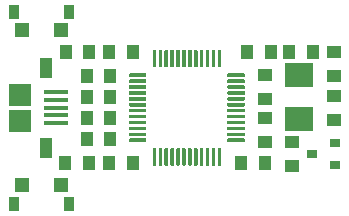
<source format=gbr>
G04 #@! TF.GenerationSoftware,KiCad,Pcbnew,(5.1.5)-3*
G04 #@! TF.CreationDate,2020-06-09T21:02:58-05:00*
G04 #@! TF.ProjectId,pcb,7063622e-6b69-4636-9164-5f7063625858,rev?*
G04 #@! TF.SameCoordinates,Original*
G04 #@! TF.FileFunction,Paste,Top*
G04 #@! TF.FilePolarity,Positive*
%FSLAX46Y46*%
G04 Gerber Fmt 4.6, Leading zero omitted, Abs format (unit mm)*
G04 Created by KiCad (PCBNEW (5.1.5)-3) date 2020-06-09 21:02:58*
%MOMM*%
%LPD*%
G04 APERTURE LIST*
%ADD10R,1.900000X1.900000*%
%ADD11R,2.100000X0.390000*%
%ADD12R,1.000000X1.700000*%
%ADD13R,0.900000X0.800000*%
%ADD14R,2.400000X2.000000*%
%ADD15R,1.150000X1.300000*%
%ADD16R,0.900000X1.200000*%
%ADD17R,1.250000X1.000000*%
%ADD18R,1.000000X1.250000*%
%ADD19C,0.100000*%
G04 APERTURE END LIST*
D10*
X128196000Y-110320000D03*
X128196000Y-108120000D03*
D11*
X131246000Y-110520000D03*
X131246000Y-109870000D03*
X131246000Y-109220000D03*
X131246000Y-108570000D03*
X131246000Y-107920000D03*
D12*
X130446000Y-112620000D03*
X130446000Y-105820000D03*
D13*
X154924000Y-114107000D03*
X154924000Y-112207000D03*
X152924000Y-113157000D03*
D14*
X151892000Y-110181000D03*
X151892000Y-106481000D03*
D15*
X128373000Y-102642000D03*
X131723000Y-102642000D03*
D16*
X127748000Y-101092000D03*
X132348000Y-101092000D03*
D17*
X151257000Y-114157000D03*
X151257000Y-112157000D03*
X154813000Y-110220000D03*
X154813000Y-108220000D03*
D18*
X137779000Y-104521000D03*
X135779000Y-104521000D03*
X149447000Y-104521000D03*
X147447000Y-104521000D03*
X148939000Y-113919000D03*
X146939000Y-113919000D03*
X137779000Y-113919000D03*
X135779000Y-113919000D03*
D17*
X148971000Y-112125000D03*
X148971000Y-110125000D03*
X148971000Y-108442000D03*
X148971000Y-106442000D03*
D18*
X132096000Y-104521000D03*
X134096000Y-104521000D03*
X135890000Y-106553000D03*
X133890000Y-106553000D03*
X134080000Y-113919000D03*
X132080000Y-113919000D03*
X135890000Y-108331000D03*
X133890000Y-108331000D03*
X135890000Y-110109000D03*
X133890000Y-110109000D03*
X133890000Y-111887000D03*
X135890000Y-111887000D03*
D19*
G36*
X147199351Y-111820361D02*
G01*
X147206632Y-111821441D01*
X147213771Y-111823229D01*
X147220701Y-111825709D01*
X147227355Y-111828856D01*
X147233668Y-111832640D01*
X147239579Y-111837024D01*
X147245033Y-111841967D01*
X147249976Y-111847421D01*
X147254360Y-111853332D01*
X147258144Y-111859645D01*
X147261291Y-111866299D01*
X147263771Y-111873229D01*
X147265559Y-111880368D01*
X147266639Y-111887649D01*
X147267000Y-111895000D01*
X147267000Y-112045000D01*
X147266639Y-112052351D01*
X147265559Y-112059632D01*
X147263771Y-112066771D01*
X147261291Y-112073701D01*
X147258144Y-112080355D01*
X147254360Y-112086668D01*
X147249976Y-112092579D01*
X147245033Y-112098033D01*
X147239579Y-112102976D01*
X147233668Y-112107360D01*
X147227355Y-112111144D01*
X147220701Y-112114291D01*
X147213771Y-112116771D01*
X147206632Y-112118559D01*
X147199351Y-112119639D01*
X147192000Y-112120000D01*
X145867000Y-112120000D01*
X145859649Y-112119639D01*
X145852368Y-112118559D01*
X145845229Y-112116771D01*
X145838299Y-112114291D01*
X145831645Y-112111144D01*
X145825332Y-112107360D01*
X145819421Y-112102976D01*
X145813967Y-112098033D01*
X145809024Y-112092579D01*
X145804640Y-112086668D01*
X145800856Y-112080355D01*
X145797709Y-112073701D01*
X145795229Y-112066771D01*
X145793441Y-112059632D01*
X145792361Y-112052351D01*
X145792000Y-112045000D01*
X145792000Y-111895000D01*
X145792361Y-111887649D01*
X145793441Y-111880368D01*
X145795229Y-111873229D01*
X145797709Y-111866299D01*
X145800856Y-111859645D01*
X145804640Y-111853332D01*
X145809024Y-111847421D01*
X145813967Y-111841967D01*
X145819421Y-111837024D01*
X145825332Y-111832640D01*
X145831645Y-111828856D01*
X145838299Y-111825709D01*
X145845229Y-111823229D01*
X145852368Y-111821441D01*
X145859649Y-111820361D01*
X145867000Y-111820000D01*
X147192000Y-111820000D01*
X147199351Y-111820361D01*
G37*
G36*
X147199351Y-111320361D02*
G01*
X147206632Y-111321441D01*
X147213771Y-111323229D01*
X147220701Y-111325709D01*
X147227355Y-111328856D01*
X147233668Y-111332640D01*
X147239579Y-111337024D01*
X147245033Y-111341967D01*
X147249976Y-111347421D01*
X147254360Y-111353332D01*
X147258144Y-111359645D01*
X147261291Y-111366299D01*
X147263771Y-111373229D01*
X147265559Y-111380368D01*
X147266639Y-111387649D01*
X147267000Y-111395000D01*
X147267000Y-111545000D01*
X147266639Y-111552351D01*
X147265559Y-111559632D01*
X147263771Y-111566771D01*
X147261291Y-111573701D01*
X147258144Y-111580355D01*
X147254360Y-111586668D01*
X147249976Y-111592579D01*
X147245033Y-111598033D01*
X147239579Y-111602976D01*
X147233668Y-111607360D01*
X147227355Y-111611144D01*
X147220701Y-111614291D01*
X147213771Y-111616771D01*
X147206632Y-111618559D01*
X147199351Y-111619639D01*
X147192000Y-111620000D01*
X145867000Y-111620000D01*
X145859649Y-111619639D01*
X145852368Y-111618559D01*
X145845229Y-111616771D01*
X145838299Y-111614291D01*
X145831645Y-111611144D01*
X145825332Y-111607360D01*
X145819421Y-111602976D01*
X145813967Y-111598033D01*
X145809024Y-111592579D01*
X145804640Y-111586668D01*
X145800856Y-111580355D01*
X145797709Y-111573701D01*
X145795229Y-111566771D01*
X145793441Y-111559632D01*
X145792361Y-111552351D01*
X145792000Y-111545000D01*
X145792000Y-111395000D01*
X145792361Y-111387649D01*
X145793441Y-111380368D01*
X145795229Y-111373229D01*
X145797709Y-111366299D01*
X145800856Y-111359645D01*
X145804640Y-111353332D01*
X145809024Y-111347421D01*
X145813967Y-111341967D01*
X145819421Y-111337024D01*
X145825332Y-111332640D01*
X145831645Y-111328856D01*
X145838299Y-111325709D01*
X145845229Y-111323229D01*
X145852368Y-111321441D01*
X145859649Y-111320361D01*
X145867000Y-111320000D01*
X147192000Y-111320000D01*
X147199351Y-111320361D01*
G37*
G36*
X147199351Y-110820361D02*
G01*
X147206632Y-110821441D01*
X147213771Y-110823229D01*
X147220701Y-110825709D01*
X147227355Y-110828856D01*
X147233668Y-110832640D01*
X147239579Y-110837024D01*
X147245033Y-110841967D01*
X147249976Y-110847421D01*
X147254360Y-110853332D01*
X147258144Y-110859645D01*
X147261291Y-110866299D01*
X147263771Y-110873229D01*
X147265559Y-110880368D01*
X147266639Y-110887649D01*
X147267000Y-110895000D01*
X147267000Y-111045000D01*
X147266639Y-111052351D01*
X147265559Y-111059632D01*
X147263771Y-111066771D01*
X147261291Y-111073701D01*
X147258144Y-111080355D01*
X147254360Y-111086668D01*
X147249976Y-111092579D01*
X147245033Y-111098033D01*
X147239579Y-111102976D01*
X147233668Y-111107360D01*
X147227355Y-111111144D01*
X147220701Y-111114291D01*
X147213771Y-111116771D01*
X147206632Y-111118559D01*
X147199351Y-111119639D01*
X147192000Y-111120000D01*
X145867000Y-111120000D01*
X145859649Y-111119639D01*
X145852368Y-111118559D01*
X145845229Y-111116771D01*
X145838299Y-111114291D01*
X145831645Y-111111144D01*
X145825332Y-111107360D01*
X145819421Y-111102976D01*
X145813967Y-111098033D01*
X145809024Y-111092579D01*
X145804640Y-111086668D01*
X145800856Y-111080355D01*
X145797709Y-111073701D01*
X145795229Y-111066771D01*
X145793441Y-111059632D01*
X145792361Y-111052351D01*
X145792000Y-111045000D01*
X145792000Y-110895000D01*
X145792361Y-110887649D01*
X145793441Y-110880368D01*
X145795229Y-110873229D01*
X145797709Y-110866299D01*
X145800856Y-110859645D01*
X145804640Y-110853332D01*
X145809024Y-110847421D01*
X145813967Y-110841967D01*
X145819421Y-110837024D01*
X145825332Y-110832640D01*
X145831645Y-110828856D01*
X145838299Y-110825709D01*
X145845229Y-110823229D01*
X145852368Y-110821441D01*
X145859649Y-110820361D01*
X145867000Y-110820000D01*
X147192000Y-110820000D01*
X147199351Y-110820361D01*
G37*
G36*
X147199351Y-110320361D02*
G01*
X147206632Y-110321441D01*
X147213771Y-110323229D01*
X147220701Y-110325709D01*
X147227355Y-110328856D01*
X147233668Y-110332640D01*
X147239579Y-110337024D01*
X147245033Y-110341967D01*
X147249976Y-110347421D01*
X147254360Y-110353332D01*
X147258144Y-110359645D01*
X147261291Y-110366299D01*
X147263771Y-110373229D01*
X147265559Y-110380368D01*
X147266639Y-110387649D01*
X147267000Y-110395000D01*
X147267000Y-110545000D01*
X147266639Y-110552351D01*
X147265559Y-110559632D01*
X147263771Y-110566771D01*
X147261291Y-110573701D01*
X147258144Y-110580355D01*
X147254360Y-110586668D01*
X147249976Y-110592579D01*
X147245033Y-110598033D01*
X147239579Y-110602976D01*
X147233668Y-110607360D01*
X147227355Y-110611144D01*
X147220701Y-110614291D01*
X147213771Y-110616771D01*
X147206632Y-110618559D01*
X147199351Y-110619639D01*
X147192000Y-110620000D01*
X145867000Y-110620000D01*
X145859649Y-110619639D01*
X145852368Y-110618559D01*
X145845229Y-110616771D01*
X145838299Y-110614291D01*
X145831645Y-110611144D01*
X145825332Y-110607360D01*
X145819421Y-110602976D01*
X145813967Y-110598033D01*
X145809024Y-110592579D01*
X145804640Y-110586668D01*
X145800856Y-110580355D01*
X145797709Y-110573701D01*
X145795229Y-110566771D01*
X145793441Y-110559632D01*
X145792361Y-110552351D01*
X145792000Y-110545000D01*
X145792000Y-110395000D01*
X145792361Y-110387649D01*
X145793441Y-110380368D01*
X145795229Y-110373229D01*
X145797709Y-110366299D01*
X145800856Y-110359645D01*
X145804640Y-110353332D01*
X145809024Y-110347421D01*
X145813967Y-110341967D01*
X145819421Y-110337024D01*
X145825332Y-110332640D01*
X145831645Y-110328856D01*
X145838299Y-110325709D01*
X145845229Y-110323229D01*
X145852368Y-110321441D01*
X145859649Y-110320361D01*
X145867000Y-110320000D01*
X147192000Y-110320000D01*
X147199351Y-110320361D01*
G37*
G36*
X147199351Y-109820361D02*
G01*
X147206632Y-109821441D01*
X147213771Y-109823229D01*
X147220701Y-109825709D01*
X147227355Y-109828856D01*
X147233668Y-109832640D01*
X147239579Y-109837024D01*
X147245033Y-109841967D01*
X147249976Y-109847421D01*
X147254360Y-109853332D01*
X147258144Y-109859645D01*
X147261291Y-109866299D01*
X147263771Y-109873229D01*
X147265559Y-109880368D01*
X147266639Y-109887649D01*
X147267000Y-109895000D01*
X147267000Y-110045000D01*
X147266639Y-110052351D01*
X147265559Y-110059632D01*
X147263771Y-110066771D01*
X147261291Y-110073701D01*
X147258144Y-110080355D01*
X147254360Y-110086668D01*
X147249976Y-110092579D01*
X147245033Y-110098033D01*
X147239579Y-110102976D01*
X147233668Y-110107360D01*
X147227355Y-110111144D01*
X147220701Y-110114291D01*
X147213771Y-110116771D01*
X147206632Y-110118559D01*
X147199351Y-110119639D01*
X147192000Y-110120000D01*
X145867000Y-110120000D01*
X145859649Y-110119639D01*
X145852368Y-110118559D01*
X145845229Y-110116771D01*
X145838299Y-110114291D01*
X145831645Y-110111144D01*
X145825332Y-110107360D01*
X145819421Y-110102976D01*
X145813967Y-110098033D01*
X145809024Y-110092579D01*
X145804640Y-110086668D01*
X145800856Y-110080355D01*
X145797709Y-110073701D01*
X145795229Y-110066771D01*
X145793441Y-110059632D01*
X145792361Y-110052351D01*
X145792000Y-110045000D01*
X145792000Y-109895000D01*
X145792361Y-109887649D01*
X145793441Y-109880368D01*
X145795229Y-109873229D01*
X145797709Y-109866299D01*
X145800856Y-109859645D01*
X145804640Y-109853332D01*
X145809024Y-109847421D01*
X145813967Y-109841967D01*
X145819421Y-109837024D01*
X145825332Y-109832640D01*
X145831645Y-109828856D01*
X145838299Y-109825709D01*
X145845229Y-109823229D01*
X145852368Y-109821441D01*
X145859649Y-109820361D01*
X145867000Y-109820000D01*
X147192000Y-109820000D01*
X147199351Y-109820361D01*
G37*
G36*
X147199351Y-109320361D02*
G01*
X147206632Y-109321441D01*
X147213771Y-109323229D01*
X147220701Y-109325709D01*
X147227355Y-109328856D01*
X147233668Y-109332640D01*
X147239579Y-109337024D01*
X147245033Y-109341967D01*
X147249976Y-109347421D01*
X147254360Y-109353332D01*
X147258144Y-109359645D01*
X147261291Y-109366299D01*
X147263771Y-109373229D01*
X147265559Y-109380368D01*
X147266639Y-109387649D01*
X147267000Y-109395000D01*
X147267000Y-109545000D01*
X147266639Y-109552351D01*
X147265559Y-109559632D01*
X147263771Y-109566771D01*
X147261291Y-109573701D01*
X147258144Y-109580355D01*
X147254360Y-109586668D01*
X147249976Y-109592579D01*
X147245033Y-109598033D01*
X147239579Y-109602976D01*
X147233668Y-109607360D01*
X147227355Y-109611144D01*
X147220701Y-109614291D01*
X147213771Y-109616771D01*
X147206632Y-109618559D01*
X147199351Y-109619639D01*
X147192000Y-109620000D01*
X145867000Y-109620000D01*
X145859649Y-109619639D01*
X145852368Y-109618559D01*
X145845229Y-109616771D01*
X145838299Y-109614291D01*
X145831645Y-109611144D01*
X145825332Y-109607360D01*
X145819421Y-109602976D01*
X145813967Y-109598033D01*
X145809024Y-109592579D01*
X145804640Y-109586668D01*
X145800856Y-109580355D01*
X145797709Y-109573701D01*
X145795229Y-109566771D01*
X145793441Y-109559632D01*
X145792361Y-109552351D01*
X145792000Y-109545000D01*
X145792000Y-109395000D01*
X145792361Y-109387649D01*
X145793441Y-109380368D01*
X145795229Y-109373229D01*
X145797709Y-109366299D01*
X145800856Y-109359645D01*
X145804640Y-109353332D01*
X145809024Y-109347421D01*
X145813967Y-109341967D01*
X145819421Y-109337024D01*
X145825332Y-109332640D01*
X145831645Y-109328856D01*
X145838299Y-109325709D01*
X145845229Y-109323229D01*
X145852368Y-109321441D01*
X145859649Y-109320361D01*
X145867000Y-109320000D01*
X147192000Y-109320000D01*
X147199351Y-109320361D01*
G37*
G36*
X147199351Y-108820361D02*
G01*
X147206632Y-108821441D01*
X147213771Y-108823229D01*
X147220701Y-108825709D01*
X147227355Y-108828856D01*
X147233668Y-108832640D01*
X147239579Y-108837024D01*
X147245033Y-108841967D01*
X147249976Y-108847421D01*
X147254360Y-108853332D01*
X147258144Y-108859645D01*
X147261291Y-108866299D01*
X147263771Y-108873229D01*
X147265559Y-108880368D01*
X147266639Y-108887649D01*
X147267000Y-108895000D01*
X147267000Y-109045000D01*
X147266639Y-109052351D01*
X147265559Y-109059632D01*
X147263771Y-109066771D01*
X147261291Y-109073701D01*
X147258144Y-109080355D01*
X147254360Y-109086668D01*
X147249976Y-109092579D01*
X147245033Y-109098033D01*
X147239579Y-109102976D01*
X147233668Y-109107360D01*
X147227355Y-109111144D01*
X147220701Y-109114291D01*
X147213771Y-109116771D01*
X147206632Y-109118559D01*
X147199351Y-109119639D01*
X147192000Y-109120000D01*
X145867000Y-109120000D01*
X145859649Y-109119639D01*
X145852368Y-109118559D01*
X145845229Y-109116771D01*
X145838299Y-109114291D01*
X145831645Y-109111144D01*
X145825332Y-109107360D01*
X145819421Y-109102976D01*
X145813967Y-109098033D01*
X145809024Y-109092579D01*
X145804640Y-109086668D01*
X145800856Y-109080355D01*
X145797709Y-109073701D01*
X145795229Y-109066771D01*
X145793441Y-109059632D01*
X145792361Y-109052351D01*
X145792000Y-109045000D01*
X145792000Y-108895000D01*
X145792361Y-108887649D01*
X145793441Y-108880368D01*
X145795229Y-108873229D01*
X145797709Y-108866299D01*
X145800856Y-108859645D01*
X145804640Y-108853332D01*
X145809024Y-108847421D01*
X145813967Y-108841967D01*
X145819421Y-108837024D01*
X145825332Y-108832640D01*
X145831645Y-108828856D01*
X145838299Y-108825709D01*
X145845229Y-108823229D01*
X145852368Y-108821441D01*
X145859649Y-108820361D01*
X145867000Y-108820000D01*
X147192000Y-108820000D01*
X147199351Y-108820361D01*
G37*
G36*
X147199351Y-108320361D02*
G01*
X147206632Y-108321441D01*
X147213771Y-108323229D01*
X147220701Y-108325709D01*
X147227355Y-108328856D01*
X147233668Y-108332640D01*
X147239579Y-108337024D01*
X147245033Y-108341967D01*
X147249976Y-108347421D01*
X147254360Y-108353332D01*
X147258144Y-108359645D01*
X147261291Y-108366299D01*
X147263771Y-108373229D01*
X147265559Y-108380368D01*
X147266639Y-108387649D01*
X147267000Y-108395000D01*
X147267000Y-108545000D01*
X147266639Y-108552351D01*
X147265559Y-108559632D01*
X147263771Y-108566771D01*
X147261291Y-108573701D01*
X147258144Y-108580355D01*
X147254360Y-108586668D01*
X147249976Y-108592579D01*
X147245033Y-108598033D01*
X147239579Y-108602976D01*
X147233668Y-108607360D01*
X147227355Y-108611144D01*
X147220701Y-108614291D01*
X147213771Y-108616771D01*
X147206632Y-108618559D01*
X147199351Y-108619639D01*
X147192000Y-108620000D01*
X145867000Y-108620000D01*
X145859649Y-108619639D01*
X145852368Y-108618559D01*
X145845229Y-108616771D01*
X145838299Y-108614291D01*
X145831645Y-108611144D01*
X145825332Y-108607360D01*
X145819421Y-108602976D01*
X145813967Y-108598033D01*
X145809024Y-108592579D01*
X145804640Y-108586668D01*
X145800856Y-108580355D01*
X145797709Y-108573701D01*
X145795229Y-108566771D01*
X145793441Y-108559632D01*
X145792361Y-108552351D01*
X145792000Y-108545000D01*
X145792000Y-108395000D01*
X145792361Y-108387649D01*
X145793441Y-108380368D01*
X145795229Y-108373229D01*
X145797709Y-108366299D01*
X145800856Y-108359645D01*
X145804640Y-108353332D01*
X145809024Y-108347421D01*
X145813967Y-108341967D01*
X145819421Y-108337024D01*
X145825332Y-108332640D01*
X145831645Y-108328856D01*
X145838299Y-108325709D01*
X145845229Y-108323229D01*
X145852368Y-108321441D01*
X145859649Y-108320361D01*
X145867000Y-108320000D01*
X147192000Y-108320000D01*
X147199351Y-108320361D01*
G37*
G36*
X147199351Y-107820361D02*
G01*
X147206632Y-107821441D01*
X147213771Y-107823229D01*
X147220701Y-107825709D01*
X147227355Y-107828856D01*
X147233668Y-107832640D01*
X147239579Y-107837024D01*
X147245033Y-107841967D01*
X147249976Y-107847421D01*
X147254360Y-107853332D01*
X147258144Y-107859645D01*
X147261291Y-107866299D01*
X147263771Y-107873229D01*
X147265559Y-107880368D01*
X147266639Y-107887649D01*
X147267000Y-107895000D01*
X147267000Y-108045000D01*
X147266639Y-108052351D01*
X147265559Y-108059632D01*
X147263771Y-108066771D01*
X147261291Y-108073701D01*
X147258144Y-108080355D01*
X147254360Y-108086668D01*
X147249976Y-108092579D01*
X147245033Y-108098033D01*
X147239579Y-108102976D01*
X147233668Y-108107360D01*
X147227355Y-108111144D01*
X147220701Y-108114291D01*
X147213771Y-108116771D01*
X147206632Y-108118559D01*
X147199351Y-108119639D01*
X147192000Y-108120000D01*
X145867000Y-108120000D01*
X145859649Y-108119639D01*
X145852368Y-108118559D01*
X145845229Y-108116771D01*
X145838299Y-108114291D01*
X145831645Y-108111144D01*
X145825332Y-108107360D01*
X145819421Y-108102976D01*
X145813967Y-108098033D01*
X145809024Y-108092579D01*
X145804640Y-108086668D01*
X145800856Y-108080355D01*
X145797709Y-108073701D01*
X145795229Y-108066771D01*
X145793441Y-108059632D01*
X145792361Y-108052351D01*
X145792000Y-108045000D01*
X145792000Y-107895000D01*
X145792361Y-107887649D01*
X145793441Y-107880368D01*
X145795229Y-107873229D01*
X145797709Y-107866299D01*
X145800856Y-107859645D01*
X145804640Y-107853332D01*
X145809024Y-107847421D01*
X145813967Y-107841967D01*
X145819421Y-107837024D01*
X145825332Y-107832640D01*
X145831645Y-107828856D01*
X145838299Y-107825709D01*
X145845229Y-107823229D01*
X145852368Y-107821441D01*
X145859649Y-107820361D01*
X145867000Y-107820000D01*
X147192000Y-107820000D01*
X147199351Y-107820361D01*
G37*
G36*
X147199351Y-107320361D02*
G01*
X147206632Y-107321441D01*
X147213771Y-107323229D01*
X147220701Y-107325709D01*
X147227355Y-107328856D01*
X147233668Y-107332640D01*
X147239579Y-107337024D01*
X147245033Y-107341967D01*
X147249976Y-107347421D01*
X147254360Y-107353332D01*
X147258144Y-107359645D01*
X147261291Y-107366299D01*
X147263771Y-107373229D01*
X147265559Y-107380368D01*
X147266639Y-107387649D01*
X147267000Y-107395000D01*
X147267000Y-107545000D01*
X147266639Y-107552351D01*
X147265559Y-107559632D01*
X147263771Y-107566771D01*
X147261291Y-107573701D01*
X147258144Y-107580355D01*
X147254360Y-107586668D01*
X147249976Y-107592579D01*
X147245033Y-107598033D01*
X147239579Y-107602976D01*
X147233668Y-107607360D01*
X147227355Y-107611144D01*
X147220701Y-107614291D01*
X147213771Y-107616771D01*
X147206632Y-107618559D01*
X147199351Y-107619639D01*
X147192000Y-107620000D01*
X145867000Y-107620000D01*
X145859649Y-107619639D01*
X145852368Y-107618559D01*
X145845229Y-107616771D01*
X145838299Y-107614291D01*
X145831645Y-107611144D01*
X145825332Y-107607360D01*
X145819421Y-107602976D01*
X145813967Y-107598033D01*
X145809024Y-107592579D01*
X145804640Y-107586668D01*
X145800856Y-107580355D01*
X145797709Y-107573701D01*
X145795229Y-107566771D01*
X145793441Y-107559632D01*
X145792361Y-107552351D01*
X145792000Y-107545000D01*
X145792000Y-107395000D01*
X145792361Y-107387649D01*
X145793441Y-107380368D01*
X145795229Y-107373229D01*
X145797709Y-107366299D01*
X145800856Y-107359645D01*
X145804640Y-107353332D01*
X145809024Y-107347421D01*
X145813967Y-107341967D01*
X145819421Y-107337024D01*
X145825332Y-107332640D01*
X145831645Y-107328856D01*
X145838299Y-107325709D01*
X145845229Y-107323229D01*
X145852368Y-107321441D01*
X145859649Y-107320361D01*
X145867000Y-107320000D01*
X147192000Y-107320000D01*
X147199351Y-107320361D01*
G37*
G36*
X147199351Y-106820361D02*
G01*
X147206632Y-106821441D01*
X147213771Y-106823229D01*
X147220701Y-106825709D01*
X147227355Y-106828856D01*
X147233668Y-106832640D01*
X147239579Y-106837024D01*
X147245033Y-106841967D01*
X147249976Y-106847421D01*
X147254360Y-106853332D01*
X147258144Y-106859645D01*
X147261291Y-106866299D01*
X147263771Y-106873229D01*
X147265559Y-106880368D01*
X147266639Y-106887649D01*
X147267000Y-106895000D01*
X147267000Y-107045000D01*
X147266639Y-107052351D01*
X147265559Y-107059632D01*
X147263771Y-107066771D01*
X147261291Y-107073701D01*
X147258144Y-107080355D01*
X147254360Y-107086668D01*
X147249976Y-107092579D01*
X147245033Y-107098033D01*
X147239579Y-107102976D01*
X147233668Y-107107360D01*
X147227355Y-107111144D01*
X147220701Y-107114291D01*
X147213771Y-107116771D01*
X147206632Y-107118559D01*
X147199351Y-107119639D01*
X147192000Y-107120000D01*
X145867000Y-107120000D01*
X145859649Y-107119639D01*
X145852368Y-107118559D01*
X145845229Y-107116771D01*
X145838299Y-107114291D01*
X145831645Y-107111144D01*
X145825332Y-107107360D01*
X145819421Y-107102976D01*
X145813967Y-107098033D01*
X145809024Y-107092579D01*
X145804640Y-107086668D01*
X145800856Y-107080355D01*
X145797709Y-107073701D01*
X145795229Y-107066771D01*
X145793441Y-107059632D01*
X145792361Y-107052351D01*
X145792000Y-107045000D01*
X145792000Y-106895000D01*
X145792361Y-106887649D01*
X145793441Y-106880368D01*
X145795229Y-106873229D01*
X145797709Y-106866299D01*
X145800856Y-106859645D01*
X145804640Y-106853332D01*
X145809024Y-106847421D01*
X145813967Y-106841967D01*
X145819421Y-106837024D01*
X145825332Y-106832640D01*
X145831645Y-106828856D01*
X145838299Y-106825709D01*
X145845229Y-106823229D01*
X145852368Y-106821441D01*
X145859649Y-106820361D01*
X145867000Y-106820000D01*
X147192000Y-106820000D01*
X147199351Y-106820361D01*
G37*
G36*
X147199351Y-106320361D02*
G01*
X147206632Y-106321441D01*
X147213771Y-106323229D01*
X147220701Y-106325709D01*
X147227355Y-106328856D01*
X147233668Y-106332640D01*
X147239579Y-106337024D01*
X147245033Y-106341967D01*
X147249976Y-106347421D01*
X147254360Y-106353332D01*
X147258144Y-106359645D01*
X147261291Y-106366299D01*
X147263771Y-106373229D01*
X147265559Y-106380368D01*
X147266639Y-106387649D01*
X147267000Y-106395000D01*
X147267000Y-106545000D01*
X147266639Y-106552351D01*
X147265559Y-106559632D01*
X147263771Y-106566771D01*
X147261291Y-106573701D01*
X147258144Y-106580355D01*
X147254360Y-106586668D01*
X147249976Y-106592579D01*
X147245033Y-106598033D01*
X147239579Y-106602976D01*
X147233668Y-106607360D01*
X147227355Y-106611144D01*
X147220701Y-106614291D01*
X147213771Y-106616771D01*
X147206632Y-106618559D01*
X147199351Y-106619639D01*
X147192000Y-106620000D01*
X145867000Y-106620000D01*
X145859649Y-106619639D01*
X145852368Y-106618559D01*
X145845229Y-106616771D01*
X145838299Y-106614291D01*
X145831645Y-106611144D01*
X145825332Y-106607360D01*
X145819421Y-106602976D01*
X145813967Y-106598033D01*
X145809024Y-106592579D01*
X145804640Y-106586668D01*
X145800856Y-106580355D01*
X145797709Y-106573701D01*
X145795229Y-106566771D01*
X145793441Y-106559632D01*
X145792361Y-106552351D01*
X145792000Y-106545000D01*
X145792000Y-106395000D01*
X145792361Y-106387649D01*
X145793441Y-106380368D01*
X145795229Y-106373229D01*
X145797709Y-106366299D01*
X145800856Y-106359645D01*
X145804640Y-106353332D01*
X145809024Y-106347421D01*
X145813967Y-106341967D01*
X145819421Y-106337024D01*
X145825332Y-106332640D01*
X145831645Y-106328856D01*
X145838299Y-106325709D01*
X145845229Y-106323229D01*
X145852368Y-106321441D01*
X145859649Y-106320361D01*
X145867000Y-106320000D01*
X147192000Y-106320000D01*
X147199351Y-106320361D01*
G37*
G36*
X145199351Y-104320361D02*
G01*
X145206632Y-104321441D01*
X145213771Y-104323229D01*
X145220701Y-104325709D01*
X145227355Y-104328856D01*
X145233668Y-104332640D01*
X145239579Y-104337024D01*
X145245033Y-104341967D01*
X145249976Y-104347421D01*
X145254360Y-104353332D01*
X145258144Y-104359645D01*
X145261291Y-104366299D01*
X145263771Y-104373229D01*
X145265559Y-104380368D01*
X145266639Y-104387649D01*
X145267000Y-104395000D01*
X145267000Y-105720000D01*
X145266639Y-105727351D01*
X145265559Y-105734632D01*
X145263771Y-105741771D01*
X145261291Y-105748701D01*
X145258144Y-105755355D01*
X145254360Y-105761668D01*
X145249976Y-105767579D01*
X145245033Y-105773033D01*
X145239579Y-105777976D01*
X145233668Y-105782360D01*
X145227355Y-105786144D01*
X145220701Y-105789291D01*
X145213771Y-105791771D01*
X145206632Y-105793559D01*
X145199351Y-105794639D01*
X145192000Y-105795000D01*
X145042000Y-105795000D01*
X145034649Y-105794639D01*
X145027368Y-105793559D01*
X145020229Y-105791771D01*
X145013299Y-105789291D01*
X145006645Y-105786144D01*
X145000332Y-105782360D01*
X144994421Y-105777976D01*
X144988967Y-105773033D01*
X144984024Y-105767579D01*
X144979640Y-105761668D01*
X144975856Y-105755355D01*
X144972709Y-105748701D01*
X144970229Y-105741771D01*
X144968441Y-105734632D01*
X144967361Y-105727351D01*
X144967000Y-105720000D01*
X144967000Y-104395000D01*
X144967361Y-104387649D01*
X144968441Y-104380368D01*
X144970229Y-104373229D01*
X144972709Y-104366299D01*
X144975856Y-104359645D01*
X144979640Y-104353332D01*
X144984024Y-104347421D01*
X144988967Y-104341967D01*
X144994421Y-104337024D01*
X145000332Y-104332640D01*
X145006645Y-104328856D01*
X145013299Y-104325709D01*
X145020229Y-104323229D01*
X145027368Y-104321441D01*
X145034649Y-104320361D01*
X145042000Y-104320000D01*
X145192000Y-104320000D01*
X145199351Y-104320361D01*
G37*
G36*
X144699351Y-104320361D02*
G01*
X144706632Y-104321441D01*
X144713771Y-104323229D01*
X144720701Y-104325709D01*
X144727355Y-104328856D01*
X144733668Y-104332640D01*
X144739579Y-104337024D01*
X144745033Y-104341967D01*
X144749976Y-104347421D01*
X144754360Y-104353332D01*
X144758144Y-104359645D01*
X144761291Y-104366299D01*
X144763771Y-104373229D01*
X144765559Y-104380368D01*
X144766639Y-104387649D01*
X144767000Y-104395000D01*
X144767000Y-105720000D01*
X144766639Y-105727351D01*
X144765559Y-105734632D01*
X144763771Y-105741771D01*
X144761291Y-105748701D01*
X144758144Y-105755355D01*
X144754360Y-105761668D01*
X144749976Y-105767579D01*
X144745033Y-105773033D01*
X144739579Y-105777976D01*
X144733668Y-105782360D01*
X144727355Y-105786144D01*
X144720701Y-105789291D01*
X144713771Y-105791771D01*
X144706632Y-105793559D01*
X144699351Y-105794639D01*
X144692000Y-105795000D01*
X144542000Y-105795000D01*
X144534649Y-105794639D01*
X144527368Y-105793559D01*
X144520229Y-105791771D01*
X144513299Y-105789291D01*
X144506645Y-105786144D01*
X144500332Y-105782360D01*
X144494421Y-105777976D01*
X144488967Y-105773033D01*
X144484024Y-105767579D01*
X144479640Y-105761668D01*
X144475856Y-105755355D01*
X144472709Y-105748701D01*
X144470229Y-105741771D01*
X144468441Y-105734632D01*
X144467361Y-105727351D01*
X144467000Y-105720000D01*
X144467000Y-104395000D01*
X144467361Y-104387649D01*
X144468441Y-104380368D01*
X144470229Y-104373229D01*
X144472709Y-104366299D01*
X144475856Y-104359645D01*
X144479640Y-104353332D01*
X144484024Y-104347421D01*
X144488967Y-104341967D01*
X144494421Y-104337024D01*
X144500332Y-104332640D01*
X144506645Y-104328856D01*
X144513299Y-104325709D01*
X144520229Y-104323229D01*
X144527368Y-104321441D01*
X144534649Y-104320361D01*
X144542000Y-104320000D01*
X144692000Y-104320000D01*
X144699351Y-104320361D01*
G37*
G36*
X144199351Y-104320361D02*
G01*
X144206632Y-104321441D01*
X144213771Y-104323229D01*
X144220701Y-104325709D01*
X144227355Y-104328856D01*
X144233668Y-104332640D01*
X144239579Y-104337024D01*
X144245033Y-104341967D01*
X144249976Y-104347421D01*
X144254360Y-104353332D01*
X144258144Y-104359645D01*
X144261291Y-104366299D01*
X144263771Y-104373229D01*
X144265559Y-104380368D01*
X144266639Y-104387649D01*
X144267000Y-104395000D01*
X144267000Y-105720000D01*
X144266639Y-105727351D01*
X144265559Y-105734632D01*
X144263771Y-105741771D01*
X144261291Y-105748701D01*
X144258144Y-105755355D01*
X144254360Y-105761668D01*
X144249976Y-105767579D01*
X144245033Y-105773033D01*
X144239579Y-105777976D01*
X144233668Y-105782360D01*
X144227355Y-105786144D01*
X144220701Y-105789291D01*
X144213771Y-105791771D01*
X144206632Y-105793559D01*
X144199351Y-105794639D01*
X144192000Y-105795000D01*
X144042000Y-105795000D01*
X144034649Y-105794639D01*
X144027368Y-105793559D01*
X144020229Y-105791771D01*
X144013299Y-105789291D01*
X144006645Y-105786144D01*
X144000332Y-105782360D01*
X143994421Y-105777976D01*
X143988967Y-105773033D01*
X143984024Y-105767579D01*
X143979640Y-105761668D01*
X143975856Y-105755355D01*
X143972709Y-105748701D01*
X143970229Y-105741771D01*
X143968441Y-105734632D01*
X143967361Y-105727351D01*
X143967000Y-105720000D01*
X143967000Y-104395000D01*
X143967361Y-104387649D01*
X143968441Y-104380368D01*
X143970229Y-104373229D01*
X143972709Y-104366299D01*
X143975856Y-104359645D01*
X143979640Y-104353332D01*
X143984024Y-104347421D01*
X143988967Y-104341967D01*
X143994421Y-104337024D01*
X144000332Y-104332640D01*
X144006645Y-104328856D01*
X144013299Y-104325709D01*
X144020229Y-104323229D01*
X144027368Y-104321441D01*
X144034649Y-104320361D01*
X144042000Y-104320000D01*
X144192000Y-104320000D01*
X144199351Y-104320361D01*
G37*
G36*
X143699351Y-104320361D02*
G01*
X143706632Y-104321441D01*
X143713771Y-104323229D01*
X143720701Y-104325709D01*
X143727355Y-104328856D01*
X143733668Y-104332640D01*
X143739579Y-104337024D01*
X143745033Y-104341967D01*
X143749976Y-104347421D01*
X143754360Y-104353332D01*
X143758144Y-104359645D01*
X143761291Y-104366299D01*
X143763771Y-104373229D01*
X143765559Y-104380368D01*
X143766639Y-104387649D01*
X143767000Y-104395000D01*
X143767000Y-105720000D01*
X143766639Y-105727351D01*
X143765559Y-105734632D01*
X143763771Y-105741771D01*
X143761291Y-105748701D01*
X143758144Y-105755355D01*
X143754360Y-105761668D01*
X143749976Y-105767579D01*
X143745033Y-105773033D01*
X143739579Y-105777976D01*
X143733668Y-105782360D01*
X143727355Y-105786144D01*
X143720701Y-105789291D01*
X143713771Y-105791771D01*
X143706632Y-105793559D01*
X143699351Y-105794639D01*
X143692000Y-105795000D01*
X143542000Y-105795000D01*
X143534649Y-105794639D01*
X143527368Y-105793559D01*
X143520229Y-105791771D01*
X143513299Y-105789291D01*
X143506645Y-105786144D01*
X143500332Y-105782360D01*
X143494421Y-105777976D01*
X143488967Y-105773033D01*
X143484024Y-105767579D01*
X143479640Y-105761668D01*
X143475856Y-105755355D01*
X143472709Y-105748701D01*
X143470229Y-105741771D01*
X143468441Y-105734632D01*
X143467361Y-105727351D01*
X143467000Y-105720000D01*
X143467000Y-104395000D01*
X143467361Y-104387649D01*
X143468441Y-104380368D01*
X143470229Y-104373229D01*
X143472709Y-104366299D01*
X143475856Y-104359645D01*
X143479640Y-104353332D01*
X143484024Y-104347421D01*
X143488967Y-104341967D01*
X143494421Y-104337024D01*
X143500332Y-104332640D01*
X143506645Y-104328856D01*
X143513299Y-104325709D01*
X143520229Y-104323229D01*
X143527368Y-104321441D01*
X143534649Y-104320361D01*
X143542000Y-104320000D01*
X143692000Y-104320000D01*
X143699351Y-104320361D01*
G37*
G36*
X143199351Y-104320361D02*
G01*
X143206632Y-104321441D01*
X143213771Y-104323229D01*
X143220701Y-104325709D01*
X143227355Y-104328856D01*
X143233668Y-104332640D01*
X143239579Y-104337024D01*
X143245033Y-104341967D01*
X143249976Y-104347421D01*
X143254360Y-104353332D01*
X143258144Y-104359645D01*
X143261291Y-104366299D01*
X143263771Y-104373229D01*
X143265559Y-104380368D01*
X143266639Y-104387649D01*
X143267000Y-104395000D01*
X143267000Y-105720000D01*
X143266639Y-105727351D01*
X143265559Y-105734632D01*
X143263771Y-105741771D01*
X143261291Y-105748701D01*
X143258144Y-105755355D01*
X143254360Y-105761668D01*
X143249976Y-105767579D01*
X143245033Y-105773033D01*
X143239579Y-105777976D01*
X143233668Y-105782360D01*
X143227355Y-105786144D01*
X143220701Y-105789291D01*
X143213771Y-105791771D01*
X143206632Y-105793559D01*
X143199351Y-105794639D01*
X143192000Y-105795000D01*
X143042000Y-105795000D01*
X143034649Y-105794639D01*
X143027368Y-105793559D01*
X143020229Y-105791771D01*
X143013299Y-105789291D01*
X143006645Y-105786144D01*
X143000332Y-105782360D01*
X142994421Y-105777976D01*
X142988967Y-105773033D01*
X142984024Y-105767579D01*
X142979640Y-105761668D01*
X142975856Y-105755355D01*
X142972709Y-105748701D01*
X142970229Y-105741771D01*
X142968441Y-105734632D01*
X142967361Y-105727351D01*
X142967000Y-105720000D01*
X142967000Y-104395000D01*
X142967361Y-104387649D01*
X142968441Y-104380368D01*
X142970229Y-104373229D01*
X142972709Y-104366299D01*
X142975856Y-104359645D01*
X142979640Y-104353332D01*
X142984024Y-104347421D01*
X142988967Y-104341967D01*
X142994421Y-104337024D01*
X143000332Y-104332640D01*
X143006645Y-104328856D01*
X143013299Y-104325709D01*
X143020229Y-104323229D01*
X143027368Y-104321441D01*
X143034649Y-104320361D01*
X143042000Y-104320000D01*
X143192000Y-104320000D01*
X143199351Y-104320361D01*
G37*
G36*
X142699351Y-104320361D02*
G01*
X142706632Y-104321441D01*
X142713771Y-104323229D01*
X142720701Y-104325709D01*
X142727355Y-104328856D01*
X142733668Y-104332640D01*
X142739579Y-104337024D01*
X142745033Y-104341967D01*
X142749976Y-104347421D01*
X142754360Y-104353332D01*
X142758144Y-104359645D01*
X142761291Y-104366299D01*
X142763771Y-104373229D01*
X142765559Y-104380368D01*
X142766639Y-104387649D01*
X142767000Y-104395000D01*
X142767000Y-105720000D01*
X142766639Y-105727351D01*
X142765559Y-105734632D01*
X142763771Y-105741771D01*
X142761291Y-105748701D01*
X142758144Y-105755355D01*
X142754360Y-105761668D01*
X142749976Y-105767579D01*
X142745033Y-105773033D01*
X142739579Y-105777976D01*
X142733668Y-105782360D01*
X142727355Y-105786144D01*
X142720701Y-105789291D01*
X142713771Y-105791771D01*
X142706632Y-105793559D01*
X142699351Y-105794639D01*
X142692000Y-105795000D01*
X142542000Y-105795000D01*
X142534649Y-105794639D01*
X142527368Y-105793559D01*
X142520229Y-105791771D01*
X142513299Y-105789291D01*
X142506645Y-105786144D01*
X142500332Y-105782360D01*
X142494421Y-105777976D01*
X142488967Y-105773033D01*
X142484024Y-105767579D01*
X142479640Y-105761668D01*
X142475856Y-105755355D01*
X142472709Y-105748701D01*
X142470229Y-105741771D01*
X142468441Y-105734632D01*
X142467361Y-105727351D01*
X142467000Y-105720000D01*
X142467000Y-104395000D01*
X142467361Y-104387649D01*
X142468441Y-104380368D01*
X142470229Y-104373229D01*
X142472709Y-104366299D01*
X142475856Y-104359645D01*
X142479640Y-104353332D01*
X142484024Y-104347421D01*
X142488967Y-104341967D01*
X142494421Y-104337024D01*
X142500332Y-104332640D01*
X142506645Y-104328856D01*
X142513299Y-104325709D01*
X142520229Y-104323229D01*
X142527368Y-104321441D01*
X142534649Y-104320361D01*
X142542000Y-104320000D01*
X142692000Y-104320000D01*
X142699351Y-104320361D01*
G37*
G36*
X142199351Y-104320361D02*
G01*
X142206632Y-104321441D01*
X142213771Y-104323229D01*
X142220701Y-104325709D01*
X142227355Y-104328856D01*
X142233668Y-104332640D01*
X142239579Y-104337024D01*
X142245033Y-104341967D01*
X142249976Y-104347421D01*
X142254360Y-104353332D01*
X142258144Y-104359645D01*
X142261291Y-104366299D01*
X142263771Y-104373229D01*
X142265559Y-104380368D01*
X142266639Y-104387649D01*
X142267000Y-104395000D01*
X142267000Y-105720000D01*
X142266639Y-105727351D01*
X142265559Y-105734632D01*
X142263771Y-105741771D01*
X142261291Y-105748701D01*
X142258144Y-105755355D01*
X142254360Y-105761668D01*
X142249976Y-105767579D01*
X142245033Y-105773033D01*
X142239579Y-105777976D01*
X142233668Y-105782360D01*
X142227355Y-105786144D01*
X142220701Y-105789291D01*
X142213771Y-105791771D01*
X142206632Y-105793559D01*
X142199351Y-105794639D01*
X142192000Y-105795000D01*
X142042000Y-105795000D01*
X142034649Y-105794639D01*
X142027368Y-105793559D01*
X142020229Y-105791771D01*
X142013299Y-105789291D01*
X142006645Y-105786144D01*
X142000332Y-105782360D01*
X141994421Y-105777976D01*
X141988967Y-105773033D01*
X141984024Y-105767579D01*
X141979640Y-105761668D01*
X141975856Y-105755355D01*
X141972709Y-105748701D01*
X141970229Y-105741771D01*
X141968441Y-105734632D01*
X141967361Y-105727351D01*
X141967000Y-105720000D01*
X141967000Y-104395000D01*
X141967361Y-104387649D01*
X141968441Y-104380368D01*
X141970229Y-104373229D01*
X141972709Y-104366299D01*
X141975856Y-104359645D01*
X141979640Y-104353332D01*
X141984024Y-104347421D01*
X141988967Y-104341967D01*
X141994421Y-104337024D01*
X142000332Y-104332640D01*
X142006645Y-104328856D01*
X142013299Y-104325709D01*
X142020229Y-104323229D01*
X142027368Y-104321441D01*
X142034649Y-104320361D01*
X142042000Y-104320000D01*
X142192000Y-104320000D01*
X142199351Y-104320361D01*
G37*
G36*
X141699351Y-104320361D02*
G01*
X141706632Y-104321441D01*
X141713771Y-104323229D01*
X141720701Y-104325709D01*
X141727355Y-104328856D01*
X141733668Y-104332640D01*
X141739579Y-104337024D01*
X141745033Y-104341967D01*
X141749976Y-104347421D01*
X141754360Y-104353332D01*
X141758144Y-104359645D01*
X141761291Y-104366299D01*
X141763771Y-104373229D01*
X141765559Y-104380368D01*
X141766639Y-104387649D01*
X141767000Y-104395000D01*
X141767000Y-105720000D01*
X141766639Y-105727351D01*
X141765559Y-105734632D01*
X141763771Y-105741771D01*
X141761291Y-105748701D01*
X141758144Y-105755355D01*
X141754360Y-105761668D01*
X141749976Y-105767579D01*
X141745033Y-105773033D01*
X141739579Y-105777976D01*
X141733668Y-105782360D01*
X141727355Y-105786144D01*
X141720701Y-105789291D01*
X141713771Y-105791771D01*
X141706632Y-105793559D01*
X141699351Y-105794639D01*
X141692000Y-105795000D01*
X141542000Y-105795000D01*
X141534649Y-105794639D01*
X141527368Y-105793559D01*
X141520229Y-105791771D01*
X141513299Y-105789291D01*
X141506645Y-105786144D01*
X141500332Y-105782360D01*
X141494421Y-105777976D01*
X141488967Y-105773033D01*
X141484024Y-105767579D01*
X141479640Y-105761668D01*
X141475856Y-105755355D01*
X141472709Y-105748701D01*
X141470229Y-105741771D01*
X141468441Y-105734632D01*
X141467361Y-105727351D01*
X141467000Y-105720000D01*
X141467000Y-104395000D01*
X141467361Y-104387649D01*
X141468441Y-104380368D01*
X141470229Y-104373229D01*
X141472709Y-104366299D01*
X141475856Y-104359645D01*
X141479640Y-104353332D01*
X141484024Y-104347421D01*
X141488967Y-104341967D01*
X141494421Y-104337024D01*
X141500332Y-104332640D01*
X141506645Y-104328856D01*
X141513299Y-104325709D01*
X141520229Y-104323229D01*
X141527368Y-104321441D01*
X141534649Y-104320361D01*
X141542000Y-104320000D01*
X141692000Y-104320000D01*
X141699351Y-104320361D01*
G37*
G36*
X141199351Y-104320361D02*
G01*
X141206632Y-104321441D01*
X141213771Y-104323229D01*
X141220701Y-104325709D01*
X141227355Y-104328856D01*
X141233668Y-104332640D01*
X141239579Y-104337024D01*
X141245033Y-104341967D01*
X141249976Y-104347421D01*
X141254360Y-104353332D01*
X141258144Y-104359645D01*
X141261291Y-104366299D01*
X141263771Y-104373229D01*
X141265559Y-104380368D01*
X141266639Y-104387649D01*
X141267000Y-104395000D01*
X141267000Y-105720000D01*
X141266639Y-105727351D01*
X141265559Y-105734632D01*
X141263771Y-105741771D01*
X141261291Y-105748701D01*
X141258144Y-105755355D01*
X141254360Y-105761668D01*
X141249976Y-105767579D01*
X141245033Y-105773033D01*
X141239579Y-105777976D01*
X141233668Y-105782360D01*
X141227355Y-105786144D01*
X141220701Y-105789291D01*
X141213771Y-105791771D01*
X141206632Y-105793559D01*
X141199351Y-105794639D01*
X141192000Y-105795000D01*
X141042000Y-105795000D01*
X141034649Y-105794639D01*
X141027368Y-105793559D01*
X141020229Y-105791771D01*
X141013299Y-105789291D01*
X141006645Y-105786144D01*
X141000332Y-105782360D01*
X140994421Y-105777976D01*
X140988967Y-105773033D01*
X140984024Y-105767579D01*
X140979640Y-105761668D01*
X140975856Y-105755355D01*
X140972709Y-105748701D01*
X140970229Y-105741771D01*
X140968441Y-105734632D01*
X140967361Y-105727351D01*
X140967000Y-105720000D01*
X140967000Y-104395000D01*
X140967361Y-104387649D01*
X140968441Y-104380368D01*
X140970229Y-104373229D01*
X140972709Y-104366299D01*
X140975856Y-104359645D01*
X140979640Y-104353332D01*
X140984024Y-104347421D01*
X140988967Y-104341967D01*
X140994421Y-104337024D01*
X141000332Y-104332640D01*
X141006645Y-104328856D01*
X141013299Y-104325709D01*
X141020229Y-104323229D01*
X141027368Y-104321441D01*
X141034649Y-104320361D01*
X141042000Y-104320000D01*
X141192000Y-104320000D01*
X141199351Y-104320361D01*
G37*
G36*
X140699351Y-104320361D02*
G01*
X140706632Y-104321441D01*
X140713771Y-104323229D01*
X140720701Y-104325709D01*
X140727355Y-104328856D01*
X140733668Y-104332640D01*
X140739579Y-104337024D01*
X140745033Y-104341967D01*
X140749976Y-104347421D01*
X140754360Y-104353332D01*
X140758144Y-104359645D01*
X140761291Y-104366299D01*
X140763771Y-104373229D01*
X140765559Y-104380368D01*
X140766639Y-104387649D01*
X140767000Y-104395000D01*
X140767000Y-105720000D01*
X140766639Y-105727351D01*
X140765559Y-105734632D01*
X140763771Y-105741771D01*
X140761291Y-105748701D01*
X140758144Y-105755355D01*
X140754360Y-105761668D01*
X140749976Y-105767579D01*
X140745033Y-105773033D01*
X140739579Y-105777976D01*
X140733668Y-105782360D01*
X140727355Y-105786144D01*
X140720701Y-105789291D01*
X140713771Y-105791771D01*
X140706632Y-105793559D01*
X140699351Y-105794639D01*
X140692000Y-105795000D01*
X140542000Y-105795000D01*
X140534649Y-105794639D01*
X140527368Y-105793559D01*
X140520229Y-105791771D01*
X140513299Y-105789291D01*
X140506645Y-105786144D01*
X140500332Y-105782360D01*
X140494421Y-105777976D01*
X140488967Y-105773033D01*
X140484024Y-105767579D01*
X140479640Y-105761668D01*
X140475856Y-105755355D01*
X140472709Y-105748701D01*
X140470229Y-105741771D01*
X140468441Y-105734632D01*
X140467361Y-105727351D01*
X140467000Y-105720000D01*
X140467000Y-104395000D01*
X140467361Y-104387649D01*
X140468441Y-104380368D01*
X140470229Y-104373229D01*
X140472709Y-104366299D01*
X140475856Y-104359645D01*
X140479640Y-104353332D01*
X140484024Y-104347421D01*
X140488967Y-104341967D01*
X140494421Y-104337024D01*
X140500332Y-104332640D01*
X140506645Y-104328856D01*
X140513299Y-104325709D01*
X140520229Y-104323229D01*
X140527368Y-104321441D01*
X140534649Y-104320361D01*
X140542000Y-104320000D01*
X140692000Y-104320000D01*
X140699351Y-104320361D01*
G37*
G36*
X140199351Y-104320361D02*
G01*
X140206632Y-104321441D01*
X140213771Y-104323229D01*
X140220701Y-104325709D01*
X140227355Y-104328856D01*
X140233668Y-104332640D01*
X140239579Y-104337024D01*
X140245033Y-104341967D01*
X140249976Y-104347421D01*
X140254360Y-104353332D01*
X140258144Y-104359645D01*
X140261291Y-104366299D01*
X140263771Y-104373229D01*
X140265559Y-104380368D01*
X140266639Y-104387649D01*
X140267000Y-104395000D01*
X140267000Y-105720000D01*
X140266639Y-105727351D01*
X140265559Y-105734632D01*
X140263771Y-105741771D01*
X140261291Y-105748701D01*
X140258144Y-105755355D01*
X140254360Y-105761668D01*
X140249976Y-105767579D01*
X140245033Y-105773033D01*
X140239579Y-105777976D01*
X140233668Y-105782360D01*
X140227355Y-105786144D01*
X140220701Y-105789291D01*
X140213771Y-105791771D01*
X140206632Y-105793559D01*
X140199351Y-105794639D01*
X140192000Y-105795000D01*
X140042000Y-105795000D01*
X140034649Y-105794639D01*
X140027368Y-105793559D01*
X140020229Y-105791771D01*
X140013299Y-105789291D01*
X140006645Y-105786144D01*
X140000332Y-105782360D01*
X139994421Y-105777976D01*
X139988967Y-105773033D01*
X139984024Y-105767579D01*
X139979640Y-105761668D01*
X139975856Y-105755355D01*
X139972709Y-105748701D01*
X139970229Y-105741771D01*
X139968441Y-105734632D01*
X139967361Y-105727351D01*
X139967000Y-105720000D01*
X139967000Y-104395000D01*
X139967361Y-104387649D01*
X139968441Y-104380368D01*
X139970229Y-104373229D01*
X139972709Y-104366299D01*
X139975856Y-104359645D01*
X139979640Y-104353332D01*
X139984024Y-104347421D01*
X139988967Y-104341967D01*
X139994421Y-104337024D01*
X140000332Y-104332640D01*
X140006645Y-104328856D01*
X140013299Y-104325709D01*
X140020229Y-104323229D01*
X140027368Y-104321441D01*
X140034649Y-104320361D01*
X140042000Y-104320000D01*
X140192000Y-104320000D01*
X140199351Y-104320361D01*
G37*
G36*
X139699351Y-104320361D02*
G01*
X139706632Y-104321441D01*
X139713771Y-104323229D01*
X139720701Y-104325709D01*
X139727355Y-104328856D01*
X139733668Y-104332640D01*
X139739579Y-104337024D01*
X139745033Y-104341967D01*
X139749976Y-104347421D01*
X139754360Y-104353332D01*
X139758144Y-104359645D01*
X139761291Y-104366299D01*
X139763771Y-104373229D01*
X139765559Y-104380368D01*
X139766639Y-104387649D01*
X139767000Y-104395000D01*
X139767000Y-105720000D01*
X139766639Y-105727351D01*
X139765559Y-105734632D01*
X139763771Y-105741771D01*
X139761291Y-105748701D01*
X139758144Y-105755355D01*
X139754360Y-105761668D01*
X139749976Y-105767579D01*
X139745033Y-105773033D01*
X139739579Y-105777976D01*
X139733668Y-105782360D01*
X139727355Y-105786144D01*
X139720701Y-105789291D01*
X139713771Y-105791771D01*
X139706632Y-105793559D01*
X139699351Y-105794639D01*
X139692000Y-105795000D01*
X139542000Y-105795000D01*
X139534649Y-105794639D01*
X139527368Y-105793559D01*
X139520229Y-105791771D01*
X139513299Y-105789291D01*
X139506645Y-105786144D01*
X139500332Y-105782360D01*
X139494421Y-105777976D01*
X139488967Y-105773033D01*
X139484024Y-105767579D01*
X139479640Y-105761668D01*
X139475856Y-105755355D01*
X139472709Y-105748701D01*
X139470229Y-105741771D01*
X139468441Y-105734632D01*
X139467361Y-105727351D01*
X139467000Y-105720000D01*
X139467000Y-104395000D01*
X139467361Y-104387649D01*
X139468441Y-104380368D01*
X139470229Y-104373229D01*
X139472709Y-104366299D01*
X139475856Y-104359645D01*
X139479640Y-104353332D01*
X139484024Y-104347421D01*
X139488967Y-104341967D01*
X139494421Y-104337024D01*
X139500332Y-104332640D01*
X139506645Y-104328856D01*
X139513299Y-104325709D01*
X139520229Y-104323229D01*
X139527368Y-104321441D01*
X139534649Y-104320361D01*
X139542000Y-104320000D01*
X139692000Y-104320000D01*
X139699351Y-104320361D01*
G37*
G36*
X138874351Y-106320361D02*
G01*
X138881632Y-106321441D01*
X138888771Y-106323229D01*
X138895701Y-106325709D01*
X138902355Y-106328856D01*
X138908668Y-106332640D01*
X138914579Y-106337024D01*
X138920033Y-106341967D01*
X138924976Y-106347421D01*
X138929360Y-106353332D01*
X138933144Y-106359645D01*
X138936291Y-106366299D01*
X138938771Y-106373229D01*
X138940559Y-106380368D01*
X138941639Y-106387649D01*
X138942000Y-106395000D01*
X138942000Y-106545000D01*
X138941639Y-106552351D01*
X138940559Y-106559632D01*
X138938771Y-106566771D01*
X138936291Y-106573701D01*
X138933144Y-106580355D01*
X138929360Y-106586668D01*
X138924976Y-106592579D01*
X138920033Y-106598033D01*
X138914579Y-106602976D01*
X138908668Y-106607360D01*
X138902355Y-106611144D01*
X138895701Y-106614291D01*
X138888771Y-106616771D01*
X138881632Y-106618559D01*
X138874351Y-106619639D01*
X138867000Y-106620000D01*
X137542000Y-106620000D01*
X137534649Y-106619639D01*
X137527368Y-106618559D01*
X137520229Y-106616771D01*
X137513299Y-106614291D01*
X137506645Y-106611144D01*
X137500332Y-106607360D01*
X137494421Y-106602976D01*
X137488967Y-106598033D01*
X137484024Y-106592579D01*
X137479640Y-106586668D01*
X137475856Y-106580355D01*
X137472709Y-106573701D01*
X137470229Y-106566771D01*
X137468441Y-106559632D01*
X137467361Y-106552351D01*
X137467000Y-106545000D01*
X137467000Y-106395000D01*
X137467361Y-106387649D01*
X137468441Y-106380368D01*
X137470229Y-106373229D01*
X137472709Y-106366299D01*
X137475856Y-106359645D01*
X137479640Y-106353332D01*
X137484024Y-106347421D01*
X137488967Y-106341967D01*
X137494421Y-106337024D01*
X137500332Y-106332640D01*
X137506645Y-106328856D01*
X137513299Y-106325709D01*
X137520229Y-106323229D01*
X137527368Y-106321441D01*
X137534649Y-106320361D01*
X137542000Y-106320000D01*
X138867000Y-106320000D01*
X138874351Y-106320361D01*
G37*
G36*
X138874351Y-106820361D02*
G01*
X138881632Y-106821441D01*
X138888771Y-106823229D01*
X138895701Y-106825709D01*
X138902355Y-106828856D01*
X138908668Y-106832640D01*
X138914579Y-106837024D01*
X138920033Y-106841967D01*
X138924976Y-106847421D01*
X138929360Y-106853332D01*
X138933144Y-106859645D01*
X138936291Y-106866299D01*
X138938771Y-106873229D01*
X138940559Y-106880368D01*
X138941639Y-106887649D01*
X138942000Y-106895000D01*
X138942000Y-107045000D01*
X138941639Y-107052351D01*
X138940559Y-107059632D01*
X138938771Y-107066771D01*
X138936291Y-107073701D01*
X138933144Y-107080355D01*
X138929360Y-107086668D01*
X138924976Y-107092579D01*
X138920033Y-107098033D01*
X138914579Y-107102976D01*
X138908668Y-107107360D01*
X138902355Y-107111144D01*
X138895701Y-107114291D01*
X138888771Y-107116771D01*
X138881632Y-107118559D01*
X138874351Y-107119639D01*
X138867000Y-107120000D01*
X137542000Y-107120000D01*
X137534649Y-107119639D01*
X137527368Y-107118559D01*
X137520229Y-107116771D01*
X137513299Y-107114291D01*
X137506645Y-107111144D01*
X137500332Y-107107360D01*
X137494421Y-107102976D01*
X137488967Y-107098033D01*
X137484024Y-107092579D01*
X137479640Y-107086668D01*
X137475856Y-107080355D01*
X137472709Y-107073701D01*
X137470229Y-107066771D01*
X137468441Y-107059632D01*
X137467361Y-107052351D01*
X137467000Y-107045000D01*
X137467000Y-106895000D01*
X137467361Y-106887649D01*
X137468441Y-106880368D01*
X137470229Y-106873229D01*
X137472709Y-106866299D01*
X137475856Y-106859645D01*
X137479640Y-106853332D01*
X137484024Y-106847421D01*
X137488967Y-106841967D01*
X137494421Y-106837024D01*
X137500332Y-106832640D01*
X137506645Y-106828856D01*
X137513299Y-106825709D01*
X137520229Y-106823229D01*
X137527368Y-106821441D01*
X137534649Y-106820361D01*
X137542000Y-106820000D01*
X138867000Y-106820000D01*
X138874351Y-106820361D01*
G37*
G36*
X138874351Y-107320361D02*
G01*
X138881632Y-107321441D01*
X138888771Y-107323229D01*
X138895701Y-107325709D01*
X138902355Y-107328856D01*
X138908668Y-107332640D01*
X138914579Y-107337024D01*
X138920033Y-107341967D01*
X138924976Y-107347421D01*
X138929360Y-107353332D01*
X138933144Y-107359645D01*
X138936291Y-107366299D01*
X138938771Y-107373229D01*
X138940559Y-107380368D01*
X138941639Y-107387649D01*
X138942000Y-107395000D01*
X138942000Y-107545000D01*
X138941639Y-107552351D01*
X138940559Y-107559632D01*
X138938771Y-107566771D01*
X138936291Y-107573701D01*
X138933144Y-107580355D01*
X138929360Y-107586668D01*
X138924976Y-107592579D01*
X138920033Y-107598033D01*
X138914579Y-107602976D01*
X138908668Y-107607360D01*
X138902355Y-107611144D01*
X138895701Y-107614291D01*
X138888771Y-107616771D01*
X138881632Y-107618559D01*
X138874351Y-107619639D01*
X138867000Y-107620000D01*
X137542000Y-107620000D01*
X137534649Y-107619639D01*
X137527368Y-107618559D01*
X137520229Y-107616771D01*
X137513299Y-107614291D01*
X137506645Y-107611144D01*
X137500332Y-107607360D01*
X137494421Y-107602976D01*
X137488967Y-107598033D01*
X137484024Y-107592579D01*
X137479640Y-107586668D01*
X137475856Y-107580355D01*
X137472709Y-107573701D01*
X137470229Y-107566771D01*
X137468441Y-107559632D01*
X137467361Y-107552351D01*
X137467000Y-107545000D01*
X137467000Y-107395000D01*
X137467361Y-107387649D01*
X137468441Y-107380368D01*
X137470229Y-107373229D01*
X137472709Y-107366299D01*
X137475856Y-107359645D01*
X137479640Y-107353332D01*
X137484024Y-107347421D01*
X137488967Y-107341967D01*
X137494421Y-107337024D01*
X137500332Y-107332640D01*
X137506645Y-107328856D01*
X137513299Y-107325709D01*
X137520229Y-107323229D01*
X137527368Y-107321441D01*
X137534649Y-107320361D01*
X137542000Y-107320000D01*
X138867000Y-107320000D01*
X138874351Y-107320361D01*
G37*
G36*
X138874351Y-107820361D02*
G01*
X138881632Y-107821441D01*
X138888771Y-107823229D01*
X138895701Y-107825709D01*
X138902355Y-107828856D01*
X138908668Y-107832640D01*
X138914579Y-107837024D01*
X138920033Y-107841967D01*
X138924976Y-107847421D01*
X138929360Y-107853332D01*
X138933144Y-107859645D01*
X138936291Y-107866299D01*
X138938771Y-107873229D01*
X138940559Y-107880368D01*
X138941639Y-107887649D01*
X138942000Y-107895000D01*
X138942000Y-108045000D01*
X138941639Y-108052351D01*
X138940559Y-108059632D01*
X138938771Y-108066771D01*
X138936291Y-108073701D01*
X138933144Y-108080355D01*
X138929360Y-108086668D01*
X138924976Y-108092579D01*
X138920033Y-108098033D01*
X138914579Y-108102976D01*
X138908668Y-108107360D01*
X138902355Y-108111144D01*
X138895701Y-108114291D01*
X138888771Y-108116771D01*
X138881632Y-108118559D01*
X138874351Y-108119639D01*
X138867000Y-108120000D01*
X137542000Y-108120000D01*
X137534649Y-108119639D01*
X137527368Y-108118559D01*
X137520229Y-108116771D01*
X137513299Y-108114291D01*
X137506645Y-108111144D01*
X137500332Y-108107360D01*
X137494421Y-108102976D01*
X137488967Y-108098033D01*
X137484024Y-108092579D01*
X137479640Y-108086668D01*
X137475856Y-108080355D01*
X137472709Y-108073701D01*
X137470229Y-108066771D01*
X137468441Y-108059632D01*
X137467361Y-108052351D01*
X137467000Y-108045000D01*
X137467000Y-107895000D01*
X137467361Y-107887649D01*
X137468441Y-107880368D01*
X137470229Y-107873229D01*
X137472709Y-107866299D01*
X137475856Y-107859645D01*
X137479640Y-107853332D01*
X137484024Y-107847421D01*
X137488967Y-107841967D01*
X137494421Y-107837024D01*
X137500332Y-107832640D01*
X137506645Y-107828856D01*
X137513299Y-107825709D01*
X137520229Y-107823229D01*
X137527368Y-107821441D01*
X137534649Y-107820361D01*
X137542000Y-107820000D01*
X138867000Y-107820000D01*
X138874351Y-107820361D01*
G37*
G36*
X138874351Y-108320361D02*
G01*
X138881632Y-108321441D01*
X138888771Y-108323229D01*
X138895701Y-108325709D01*
X138902355Y-108328856D01*
X138908668Y-108332640D01*
X138914579Y-108337024D01*
X138920033Y-108341967D01*
X138924976Y-108347421D01*
X138929360Y-108353332D01*
X138933144Y-108359645D01*
X138936291Y-108366299D01*
X138938771Y-108373229D01*
X138940559Y-108380368D01*
X138941639Y-108387649D01*
X138942000Y-108395000D01*
X138942000Y-108545000D01*
X138941639Y-108552351D01*
X138940559Y-108559632D01*
X138938771Y-108566771D01*
X138936291Y-108573701D01*
X138933144Y-108580355D01*
X138929360Y-108586668D01*
X138924976Y-108592579D01*
X138920033Y-108598033D01*
X138914579Y-108602976D01*
X138908668Y-108607360D01*
X138902355Y-108611144D01*
X138895701Y-108614291D01*
X138888771Y-108616771D01*
X138881632Y-108618559D01*
X138874351Y-108619639D01*
X138867000Y-108620000D01*
X137542000Y-108620000D01*
X137534649Y-108619639D01*
X137527368Y-108618559D01*
X137520229Y-108616771D01*
X137513299Y-108614291D01*
X137506645Y-108611144D01*
X137500332Y-108607360D01*
X137494421Y-108602976D01*
X137488967Y-108598033D01*
X137484024Y-108592579D01*
X137479640Y-108586668D01*
X137475856Y-108580355D01*
X137472709Y-108573701D01*
X137470229Y-108566771D01*
X137468441Y-108559632D01*
X137467361Y-108552351D01*
X137467000Y-108545000D01*
X137467000Y-108395000D01*
X137467361Y-108387649D01*
X137468441Y-108380368D01*
X137470229Y-108373229D01*
X137472709Y-108366299D01*
X137475856Y-108359645D01*
X137479640Y-108353332D01*
X137484024Y-108347421D01*
X137488967Y-108341967D01*
X137494421Y-108337024D01*
X137500332Y-108332640D01*
X137506645Y-108328856D01*
X137513299Y-108325709D01*
X137520229Y-108323229D01*
X137527368Y-108321441D01*
X137534649Y-108320361D01*
X137542000Y-108320000D01*
X138867000Y-108320000D01*
X138874351Y-108320361D01*
G37*
G36*
X138874351Y-108820361D02*
G01*
X138881632Y-108821441D01*
X138888771Y-108823229D01*
X138895701Y-108825709D01*
X138902355Y-108828856D01*
X138908668Y-108832640D01*
X138914579Y-108837024D01*
X138920033Y-108841967D01*
X138924976Y-108847421D01*
X138929360Y-108853332D01*
X138933144Y-108859645D01*
X138936291Y-108866299D01*
X138938771Y-108873229D01*
X138940559Y-108880368D01*
X138941639Y-108887649D01*
X138942000Y-108895000D01*
X138942000Y-109045000D01*
X138941639Y-109052351D01*
X138940559Y-109059632D01*
X138938771Y-109066771D01*
X138936291Y-109073701D01*
X138933144Y-109080355D01*
X138929360Y-109086668D01*
X138924976Y-109092579D01*
X138920033Y-109098033D01*
X138914579Y-109102976D01*
X138908668Y-109107360D01*
X138902355Y-109111144D01*
X138895701Y-109114291D01*
X138888771Y-109116771D01*
X138881632Y-109118559D01*
X138874351Y-109119639D01*
X138867000Y-109120000D01*
X137542000Y-109120000D01*
X137534649Y-109119639D01*
X137527368Y-109118559D01*
X137520229Y-109116771D01*
X137513299Y-109114291D01*
X137506645Y-109111144D01*
X137500332Y-109107360D01*
X137494421Y-109102976D01*
X137488967Y-109098033D01*
X137484024Y-109092579D01*
X137479640Y-109086668D01*
X137475856Y-109080355D01*
X137472709Y-109073701D01*
X137470229Y-109066771D01*
X137468441Y-109059632D01*
X137467361Y-109052351D01*
X137467000Y-109045000D01*
X137467000Y-108895000D01*
X137467361Y-108887649D01*
X137468441Y-108880368D01*
X137470229Y-108873229D01*
X137472709Y-108866299D01*
X137475856Y-108859645D01*
X137479640Y-108853332D01*
X137484024Y-108847421D01*
X137488967Y-108841967D01*
X137494421Y-108837024D01*
X137500332Y-108832640D01*
X137506645Y-108828856D01*
X137513299Y-108825709D01*
X137520229Y-108823229D01*
X137527368Y-108821441D01*
X137534649Y-108820361D01*
X137542000Y-108820000D01*
X138867000Y-108820000D01*
X138874351Y-108820361D01*
G37*
G36*
X138874351Y-109320361D02*
G01*
X138881632Y-109321441D01*
X138888771Y-109323229D01*
X138895701Y-109325709D01*
X138902355Y-109328856D01*
X138908668Y-109332640D01*
X138914579Y-109337024D01*
X138920033Y-109341967D01*
X138924976Y-109347421D01*
X138929360Y-109353332D01*
X138933144Y-109359645D01*
X138936291Y-109366299D01*
X138938771Y-109373229D01*
X138940559Y-109380368D01*
X138941639Y-109387649D01*
X138942000Y-109395000D01*
X138942000Y-109545000D01*
X138941639Y-109552351D01*
X138940559Y-109559632D01*
X138938771Y-109566771D01*
X138936291Y-109573701D01*
X138933144Y-109580355D01*
X138929360Y-109586668D01*
X138924976Y-109592579D01*
X138920033Y-109598033D01*
X138914579Y-109602976D01*
X138908668Y-109607360D01*
X138902355Y-109611144D01*
X138895701Y-109614291D01*
X138888771Y-109616771D01*
X138881632Y-109618559D01*
X138874351Y-109619639D01*
X138867000Y-109620000D01*
X137542000Y-109620000D01*
X137534649Y-109619639D01*
X137527368Y-109618559D01*
X137520229Y-109616771D01*
X137513299Y-109614291D01*
X137506645Y-109611144D01*
X137500332Y-109607360D01*
X137494421Y-109602976D01*
X137488967Y-109598033D01*
X137484024Y-109592579D01*
X137479640Y-109586668D01*
X137475856Y-109580355D01*
X137472709Y-109573701D01*
X137470229Y-109566771D01*
X137468441Y-109559632D01*
X137467361Y-109552351D01*
X137467000Y-109545000D01*
X137467000Y-109395000D01*
X137467361Y-109387649D01*
X137468441Y-109380368D01*
X137470229Y-109373229D01*
X137472709Y-109366299D01*
X137475856Y-109359645D01*
X137479640Y-109353332D01*
X137484024Y-109347421D01*
X137488967Y-109341967D01*
X137494421Y-109337024D01*
X137500332Y-109332640D01*
X137506645Y-109328856D01*
X137513299Y-109325709D01*
X137520229Y-109323229D01*
X137527368Y-109321441D01*
X137534649Y-109320361D01*
X137542000Y-109320000D01*
X138867000Y-109320000D01*
X138874351Y-109320361D01*
G37*
G36*
X138874351Y-109820361D02*
G01*
X138881632Y-109821441D01*
X138888771Y-109823229D01*
X138895701Y-109825709D01*
X138902355Y-109828856D01*
X138908668Y-109832640D01*
X138914579Y-109837024D01*
X138920033Y-109841967D01*
X138924976Y-109847421D01*
X138929360Y-109853332D01*
X138933144Y-109859645D01*
X138936291Y-109866299D01*
X138938771Y-109873229D01*
X138940559Y-109880368D01*
X138941639Y-109887649D01*
X138942000Y-109895000D01*
X138942000Y-110045000D01*
X138941639Y-110052351D01*
X138940559Y-110059632D01*
X138938771Y-110066771D01*
X138936291Y-110073701D01*
X138933144Y-110080355D01*
X138929360Y-110086668D01*
X138924976Y-110092579D01*
X138920033Y-110098033D01*
X138914579Y-110102976D01*
X138908668Y-110107360D01*
X138902355Y-110111144D01*
X138895701Y-110114291D01*
X138888771Y-110116771D01*
X138881632Y-110118559D01*
X138874351Y-110119639D01*
X138867000Y-110120000D01*
X137542000Y-110120000D01*
X137534649Y-110119639D01*
X137527368Y-110118559D01*
X137520229Y-110116771D01*
X137513299Y-110114291D01*
X137506645Y-110111144D01*
X137500332Y-110107360D01*
X137494421Y-110102976D01*
X137488967Y-110098033D01*
X137484024Y-110092579D01*
X137479640Y-110086668D01*
X137475856Y-110080355D01*
X137472709Y-110073701D01*
X137470229Y-110066771D01*
X137468441Y-110059632D01*
X137467361Y-110052351D01*
X137467000Y-110045000D01*
X137467000Y-109895000D01*
X137467361Y-109887649D01*
X137468441Y-109880368D01*
X137470229Y-109873229D01*
X137472709Y-109866299D01*
X137475856Y-109859645D01*
X137479640Y-109853332D01*
X137484024Y-109847421D01*
X137488967Y-109841967D01*
X137494421Y-109837024D01*
X137500332Y-109832640D01*
X137506645Y-109828856D01*
X137513299Y-109825709D01*
X137520229Y-109823229D01*
X137527368Y-109821441D01*
X137534649Y-109820361D01*
X137542000Y-109820000D01*
X138867000Y-109820000D01*
X138874351Y-109820361D01*
G37*
G36*
X138874351Y-110320361D02*
G01*
X138881632Y-110321441D01*
X138888771Y-110323229D01*
X138895701Y-110325709D01*
X138902355Y-110328856D01*
X138908668Y-110332640D01*
X138914579Y-110337024D01*
X138920033Y-110341967D01*
X138924976Y-110347421D01*
X138929360Y-110353332D01*
X138933144Y-110359645D01*
X138936291Y-110366299D01*
X138938771Y-110373229D01*
X138940559Y-110380368D01*
X138941639Y-110387649D01*
X138942000Y-110395000D01*
X138942000Y-110545000D01*
X138941639Y-110552351D01*
X138940559Y-110559632D01*
X138938771Y-110566771D01*
X138936291Y-110573701D01*
X138933144Y-110580355D01*
X138929360Y-110586668D01*
X138924976Y-110592579D01*
X138920033Y-110598033D01*
X138914579Y-110602976D01*
X138908668Y-110607360D01*
X138902355Y-110611144D01*
X138895701Y-110614291D01*
X138888771Y-110616771D01*
X138881632Y-110618559D01*
X138874351Y-110619639D01*
X138867000Y-110620000D01*
X137542000Y-110620000D01*
X137534649Y-110619639D01*
X137527368Y-110618559D01*
X137520229Y-110616771D01*
X137513299Y-110614291D01*
X137506645Y-110611144D01*
X137500332Y-110607360D01*
X137494421Y-110602976D01*
X137488967Y-110598033D01*
X137484024Y-110592579D01*
X137479640Y-110586668D01*
X137475856Y-110580355D01*
X137472709Y-110573701D01*
X137470229Y-110566771D01*
X137468441Y-110559632D01*
X137467361Y-110552351D01*
X137467000Y-110545000D01*
X137467000Y-110395000D01*
X137467361Y-110387649D01*
X137468441Y-110380368D01*
X137470229Y-110373229D01*
X137472709Y-110366299D01*
X137475856Y-110359645D01*
X137479640Y-110353332D01*
X137484024Y-110347421D01*
X137488967Y-110341967D01*
X137494421Y-110337024D01*
X137500332Y-110332640D01*
X137506645Y-110328856D01*
X137513299Y-110325709D01*
X137520229Y-110323229D01*
X137527368Y-110321441D01*
X137534649Y-110320361D01*
X137542000Y-110320000D01*
X138867000Y-110320000D01*
X138874351Y-110320361D01*
G37*
G36*
X138874351Y-110820361D02*
G01*
X138881632Y-110821441D01*
X138888771Y-110823229D01*
X138895701Y-110825709D01*
X138902355Y-110828856D01*
X138908668Y-110832640D01*
X138914579Y-110837024D01*
X138920033Y-110841967D01*
X138924976Y-110847421D01*
X138929360Y-110853332D01*
X138933144Y-110859645D01*
X138936291Y-110866299D01*
X138938771Y-110873229D01*
X138940559Y-110880368D01*
X138941639Y-110887649D01*
X138942000Y-110895000D01*
X138942000Y-111045000D01*
X138941639Y-111052351D01*
X138940559Y-111059632D01*
X138938771Y-111066771D01*
X138936291Y-111073701D01*
X138933144Y-111080355D01*
X138929360Y-111086668D01*
X138924976Y-111092579D01*
X138920033Y-111098033D01*
X138914579Y-111102976D01*
X138908668Y-111107360D01*
X138902355Y-111111144D01*
X138895701Y-111114291D01*
X138888771Y-111116771D01*
X138881632Y-111118559D01*
X138874351Y-111119639D01*
X138867000Y-111120000D01*
X137542000Y-111120000D01*
X137534649Y-111119639D01*
X137527368Y-111118559D01*
X137520229Y-111116771D01*
X137513299Y-111114291D01*
X137506645Y-111111144D01*
X137500332Y-111107360D01*
X137494421Y-111102976D01*
X137488967Y-111098033D01*
X137484024Y-111092579D01*
X137479640Y-111086668D01*
X137475856Y-111080355D01*
X137472709Y-111073701D01*
X137470229Y-111066771D01*
X137468441Y-111059632D01*
X137467361Y-111052351D01*
X137467000Y-111045000D01*
X137467000Y-110895000D01*
X137467361Y-110887649D01*
X137468441Y-110880368D01*
X137470229Y-110873229D01*
X137472709Y-110866299D01*
X137475856Y-110859645D01*
X137479640Y-110853332D01*
X137484024Y-110847421D01*
X137488967Y-110841967D01*
X137494421Y-110837024D01*
X137500332Y-110832640D01*
X137506645Y-110828856D01*
X137513299Y-110825709D01*
X137520229Y-110823229D01*
X137527368Y-110821441D01*
X137534649Y-110820361D01*
X137542000Y-110820000D01*
X138867000Y-110820000D01*
X138874351Y-110820361D01*
G37*
G36*
X138874351Y-111320361D02*
G01*
X138881632Y-111321441D01*
X138888771Y-111323229D01*
X138895701Y-111325709D01*
X138902355Y-111328856D01*
X138908668Y-111332640D01*
X138914579Y-111337024D01*
X138920033Y-111341967D01*
X138924976Y-111347421D01*
X138929360Y-111353332D01*
X138933144Y-111359645D01*
X138936291Y-111366299D01*
X138938771Y-111373229D01*
X138940559Y-111380368D01*
X138941639Y-111387649D01*
X138942000Y-111395000D01*
X138942000Y-111545000D01*
X138941639Y-111552351D01*
X138940559Y-111559632D01*
X138938771Y-111566771D01*
X138936291Y-111573701D01*
X138933144Y-111580355D01*
X138929360Y-111586668D01*
X138924976Y-111592579D01*
X138920033Y-111598033D01*
X138914579Y-111602976D01*
X138908668Y-111607360D01*
X138902355Y-111611144D01*
X138895701Y-111614291D01*
X138888771Y-111616771D01*
X138881632Y-111618559D01*
X138874351Y-111619639D01*
X138867000Y-111620000D01*
X137542000Y-111620000D01*
X137534649Y-111619639D01*
X137527368Y-111618559D01*
X137520229Y-111616771D01*
X137513299Y-111614291D01*
X137506645Y-111611144D01*
X137500332Y-111607360D01*
X137494421Y-111602976D01*
X137488967Y-111598033D01*
X137484024Y-111592579D01*
X137479640Y-111586668D01*
X137475856Y-111580355D01*
X137472709Y-111573701D01*
X137470229Y-111566771D01*
X137468441Y-111559632D01*
X137467361Y-111552351D01*
X137467000Y-111545000D01*
X137467000Y-111395000D01*
X137467361Y-111387649D01*
X137468441Y-111380368D01*
X137470229Y-111373229D01*
X137472709Y-111366299D01*
X137475856Y-111359645D01*
X137479640Y-111353332D01*
X137484024Y-111347421D01*
X137488967Y-111341967D01*
X137494421Y-111337024D01*
X137500332Y-111332640D01*
X137506645Y-111328856D01*
X137513299Y-111325709D01*
X137520229Y-111323229D01*
X137527368Y-111321441D01*
X137534649Y-111320361D01*
X137542000Y-111320000D01*
X138867000Y-111320000D01*
X138874351Y-111320361D01*
G37*
G36*
X138874351Y-111820361D02*
G01*
X138881632Y-111821441D01*
X138888771Y-111823229D01*
X138895701Y-111825709D01*
X138902355Y-111828856D01*
X138908668Y-111832640D01*
X138914579Y-111837024D01*
X138920033Y-111841967D01*
X138924976Y-111847421D01*
X138929360Y-111853332D01*
X138933144Y-111859645D01*
X138936291Y-111866299D01*
X138938771Y-111873229D01*
X138940559Y-111880368D01*
X138941639Y-111887649D01*
X138942000Y-111895000D01*
X138942000Y-112045000D01*
X138941639Y-112052351D01*
X138940559Y-112059632D01*
X138938771Y-112066771D01*
X138936291Y-112073701D01*
X138933144Y-112080355D01*
X138929360Y-112086668D01*
X138924976Y-112092579D01*
X138920033Y-112098033D01*
X138914579Y-112102976D01*
X138908668Y-112107360D01*
X138902355Y-112111144D01*
X138895701Y-112114291D01*
X138888771Y-112116771D01*
X138881632Y-112118559D01*
X138874351Y-112119639D01*
X138867000Y-112120000D01*
X137542000Y-112120000D01*
X137534649Y-112119639D01*
X137527368Y-112118559D01*
X137520229Y-112116771D01*
X137513299Y-112114291D01*
X137506645Y-112111144D01*
X137500332Y-112107360D01*
X137494421Y-112102976D01*
X137488967Y-112098033D01*
X137484024Y-112092579D01*
X137479640Y-112086668D01*
X137475856Y-112080355D01*
X137472709Y-112073701D01*
X137470229Y-112066771D01*
X137468441Y-112059632D01*
X137467361Y-112052351D01*
X137467000Y-112045000D01*
X137467000Y-111895000D01*
X137467361Y-111887649D01*
X137468441Y-111880368D01*
X137470229Y-111873229D01*
X137472709Y-111866299D01*
X137475856Y-111859645D01*
X137479640Y-111853332D01*
X137484024Y-111847421D01*
X137488967Y-111841967D01*
X137494421Y-111837024D01*
X137500332Y-111832640D01*
X137506645Y-111828856D01*
X137513299Y-111825709D01*
X137520229Y-111823229D01*
X137527368Y-111821441D01*
X137534649Y-111820361D01*
X137542000Y-111820000D01*
X138867000Y-111820000D01*
X138874351Y-111820361D01*
G37*
G36*
X139699351Y-112645361D02*
G01*
X139706632Y-112646441D01*
X139713771Y-112648229D01*
X139720701Y-112650709D01*
X139727355Y-112653856D01*
X139733668Y-112657640D01*
X139739579Y-112662024D01*
X139745033Y-112666967D01*
X139749976Y-112672421D01*
X139754360Y-112678332D01*
X139758144Y-112684645D01*
X139761291Y-112691299D01*
X139763771Y-112698229D01*
X139765559Y-112705368D01*
X139766639Y-112712649D01*
X139767000Y-112720000D01*
X139767000Y-114045000D01*
X139766639Y-114052351D01*
X139765559Y-114059632D01*
X139763771Y-114066771D01*
X139761291Y-114073701D01*
X139758144Y-114080355D01*
X139754360Y-114086668D01*
X139749976Y-114092579D01*
X139745033Y-114098033D01*
X139739579Y-114102976D01*
X139733668Y-114107360D01*
X139727355Y-114111144D01*
X139720701Y-114114291D01*
X139713771Y-114116771D01*
X139706632Y-114118559D01*
X139699351Y-114119639D01*
X139692000Y-114120000D01*
X139542000Y-114120000D01*
X139534649Y-114119639D01*
X139527368Y-114118559D01*
X139520229Y-114116771D01*
X139513299Y-114114291D01*
X139506645Y-114111144D01*
X139500332Y-114107360D01*
X139494421Y-114102976D01*
X139488967Y-114098033D01*
X139484024Y-114092579D01*
X139479640Y-114086668D01*
X139475856Y-114080355D01*
X139472709Y-114073701D01*
X139470229Y-114066771D01*
X139468441Y-114059632D01*
X139467361Y-114052351D01*
X139467000Y-114045000D01*
X139467000Y-112720000D01*
X139467361Y-112712649D01*
X139468441Y-112705368D01*
X139470229Y-112698229D01*
X139472709Y-112691299D01*
X139475856Y-112684645D01*
X139479640Y-112678332D01*
X139484024Y-112672421D01*
X139488967Y-112666967D01*
X139494421Y-112662024D01*
X139500332Y-112657640D01*
X139506645Y-112653856D01*
X139513299Y-112650709D01*
X139520229Y-112648229D01*
X139527368Y-112646441D01*
X139534649Y-112645361D01*
X139542000Y-112645000D01*
X139692000Y-112645000D01*
X139699351Y-112645361D01*
G37*
G36*
X140199351Y-112645361D02*
G01*
X140206632Y-112646441D01*
X140213771Y-112648229D01*
X140220701Y-112650709D01*
X140227355Y-112653856D01*
X140233668Y-112657640D01*
X140239579Y-112662024D01*
X140245033Y-112666967D01*
X140249976Y-112672421D01*
X140254360Y-112678332D01*
X140258144Y-112684645D01*
X140261291Y-112691299D01*
X140263771Y-112698229D01*
X140265559Y-112705368D01*
X140266639Y-112712649D01*
X140267000Y-112720000D01*
X140267000Y-114045000D01*
X140266639Y-114052351D01*
X140265559Y-114059632D01*
X140263771Y-114066771D01*
X140261291Y-114073701D01*
X140258144Y-114080355D01*
X140254360Y-114086668D01*
X140249976Y-114092579D01*
X140245033Y-114098033D01*
X140239579Y-114102976D01*
X140233668Y-114107360D01*
X140227355Y-114111144D01*
X140220701Y-114114291D01*
X140213771Y-114116771D01*
X140206632Y-114118559D01*
X140199351Y-114119639D01*
X140192000Y-114120000D01*
X140042000Y-114120000D01*
X140034649Y-114119639D01*
X140027368Y-114118559D01*
X140020229Y-114116771D01*
X140013299Y-114114291D01*
X140006645Y-114111144D01*
X140000332Y-114107360D01*
X139994421Y-114102976D01*
X139988967Y-114098033D01*
X139984024Y-114092579D01*
X139979640Y-114086668D01*
X139975856Y-114080355D01*
X139972709Y-114073701D01*
X139970229Y-114066771D01*
X139968441Y-114059632D01*
X139967361Y-114052351D01*
X139967000Y-114045000D01*
X139967000Y-112720000D01*
X139967361Y-112712649D01*
X139968441Y-112705368D01*
X139970229Y-112698229D01*
X139972709Y-112691299D01*
X139975856Y-112684645D01*
X139979640Y-112678332D01*
X139984024Y-112672421D01*
X139988967Y-112666967D01*
X139994421Y-112662024D01*
X140000332Y-112657640D01*
X140006645Y-112653856D01*
X140013299Y-112650709D01*
X140020229Y-112648229D01*
X140027368Y-112646441D01*
X140034649Y-112645361D01*
X140042000Y-112645000D01*
X140192000Y-112645000D01*
X140199351Y-112645361D01*
G37*
G36*
X140699351Y-112645361D02*
G01*
X140706632Y-112646441D01*
X140713771Y-112648229D01*
X140720701Y-112650709D01*
X140727355Y-112653856D01*
X140733668Y-112657640D01*
X140739579Y-112662024D01*
X140745033Y-112666967D01*
X140749976Y-112672421D01*
X140754360Y-112678332D01*
X140758144Y-112684645D01*
X140761291Y-112691299D01*
X140763771Y-112698229D01*
X140765559Y-112705368D01*
X140766639Y-112712649D01*
X140767000Y-112720000D01*
X140767000Y-114045000D01*
X140766639Y-114052351D01*
X140765559Y-114059632D01*
X140763771Y-114066771D01*
X140761291Y-114073701D01*
X140758144Y-114080355D01*
X140754360Y-114086668D01*
X140749976Y-114092579D01*
X140745033Y-114098033D01*
X140739579Y-114102976D01*
X140733668Y-114107360D01*
X140727355Y-114111144D01*
X140720701Y-114114291D01*
X140713771Y-114116771D01*
X140706632Y-114118559D01*
X140699351Y-114119639D01*
X140692000Y-114120000D01*
X140542000Y-114120000D01*
X140534649Y-114119639D01*
X140527368Y-114118559D01*
X140520229Y-114116771D01*
X140513299Y-114114291D01*
X140506645Y-114111144D01*
X140500332Y-114107360D01*
X140494421Y-114102976D01*
X140488967Y-114098033D01*
X140484024Y-114092579D01*
X140479640Y-114086668D01*
X140475856Y-114080355D01*
X140472709Y-114073701D01*
X140470229Y-114066771D01*
X140468441Y-114059632D01*
X140467361Y-114052351D01*
X140467000Y-114045000D01*
X140467000Y-112720000D01*
X140467361Y-112712649D01*
X140468441Y-112705368D01*
X140470229Y-112698229D01*
X140472709Y-112691299D01*
X140475856Y-112684645D01*
X140479640Y-112678332D01*
X140484024Y-112672421D01*
X140488967Y-112666967D01*
X140494421Y-112662024D01*
X140500332Y-112657640D01*
X140506645Y-112653856D01*
X140513299Y-112650709D01*
X140520229Y-112648229D01*
X140527368Y-112646441D01*
X140534649Y-112645361D01*
X140542000Y-112645000D01*
X140692000Y-112645000D01*
X140699351Y-112645361D01*
G37*
G36*
X141199351Y-112645361D02*
G01*
X141206632Y-112646441D01*
X141213771Y-112648229D01*
X141220701Y-112650709D01*
X141227355Y-112653856D01*
X141233668Y-112657640D01*
X141239579Y-112662024D01*
X141245033Y-112666967D01*
X141249976Y-112672421D01*
X141254360Y-112678332D01*
X141258144Y-112684645D01*
X141261291Y-112691299D01*
X141263771Y-112698229D01*
X141265559Y-112705368D01*
X141266639Y-112712649D01*
X141267000Y-112720000D01*
X141267000Y-114045000D01*
X141266639Y-114052351D01*
X141265559Y-114059632D01*
X141263771Y-114066771D01*
X141261291Y-114073701D01*
X141258144Y-114080355D01*
X141254360Y-114086668D01*
X141249976Y-114092579D01*
X141245033Y-114098033D01*
X141239579Y-114102976D01*
X141233668Y-114107360D01*
X141227355Y-114111144D01*
X141220701Y-114114291D01*
X141213771Y-114116771D01*
X141206632Y-114118559D01*
X141199351Y-114119639D01*
X141192000Y-114120000D01*
X141042000Y-114120000D01*
X141034649Y-114119639D01*
X141027368Y-114118559D01*
X141020229Y-114116771D01*
X141013299Y-114114291D01*
X141006645Y-114111144D01*
X141000332Y-114107360D01*
X140994421Y-114102976D01*
X140988967Y-114098033D01*
X140984024Y-114092579D01*
X140979640Y-114086668D01*
X140975856Y-114080355D01*
X140972709Y-114073701D01*
X140970229Y-114066771D01*
X140968441Y-114059632D01*
X140967361Y-114052351D01*
X140967000Y-114045000D01*
X140967000Y-112720000D01*
X140967361Y-112712649D01*
X140968441Y-112705368D01*
X140970229Y-112698229D01*
X140972709Y-112691299D01*
X140975856Y-112684645D01*
X140979640Y-112678332D01*
X140984024Y-112672421D01*
X140988967Y-112666967D01*
X140994421Y-112662024D01*
X141000332Y-112657640D01*
X141006645Y-112653856D01*
X141013299Y-112650709D01*
X141020229Y-112648229D01*
X141027368Y-112646441D01*
X141034649Y-112645361D01*
X141042000Y-112645000D01*
X141192000Y-112645000D01*
X141199351Y-112645361D01*
G37*
G36*
X141699351Y-112645361D02*
G01*
X141706632Y-112646441D01*
X141713771Y-112648229D01*
X141720701Y-112650709D01*
X141727355Y-112653856D01*
X141733668Y-112657640D01*
X141739579Y-112662024D01*
X141745033Y-112666967D01*
X141749976Y-112672421D01*
X141754360Y-112678332D01*
X141758144Y-112684645D01*
X141761291Y-112691299D01*
X141763771Y-112698229D01*
X141765559Y-112705368D01*
X141766639Y-112712649D01*
X141767000Y-112720000D01*
X141767000Y-114045000D01*
X141766639Y-114052351D01*
X141765559Y-114059632D01*
X141763771Y-114066771D01*
X141761291Y-114073701D01*
X141758144Y-114080355D01*
X141754360Y-114086668D01*
X141749976Y-114092579D01*
X141745033Y-114098033D01*
X141739579Y-114102976D01*
X141733668Y-114107360D01*
X141727355Y-114111144D01*
X141720701Y-114114291D01*
X141713771Y-114116771D01*
X141706632Y-114118559D01*
X141699351Y-114119639D01*
X141692000Y-114120000D01*
X141542000Y-114120000D01*
X141534649Y-114119639D01*
X141527368Y-114118559D01*
X141520229Y-114116771D01*
X141513299Y-114114291D01*
X141506645Y-114111144D01*
X141500332Y-114107360D01*
X141494421Y-114102976D01*
X141488967Y-114098033D01*
X141484024Y-114092579D01*
X141479640Y-114086668D01*
X141475856Y-114080355D01*
X141472709Y-114073701D01*
X141470229Y-114066771D01*
X141468441Y-114059632D01*
X141467361Y-114052351D01*
X141467000Y-114045000D01*
X141467000Y-112720000D01*
X141467361Y-112712649D01*
X141468441Y-112705368D01*
X141470229Y-112698229D01*
X141472709Y-112691299D01*
X141475856Y-112684645D01*
X141479640Y-112678332D01*
X141484024Y-112672421D01*
X141488967Y-112666967D01*
X141494421Y-112662024D01*
X141500332Y-112657640D01*
X141506645Y-112653856D01*
X141513299Y-112650709D01*
X141520229Y-112648229D01*
X141527368Y-112646441D01*
X141534649Y-112645361D01*
X141542000Y-112645000D01*
X141692000Y-112645000D01*
X141699351Y-112645361D01*
G37*
G36*
X142199351Y-112645361D02*
G01*
X142206632Y-112646441D01*
X142213771Y-112648229D01*
X142220701Y-112650709D01*
X142227355Y-112653856D01*
X142233668Y-112657640D01*
X142239579Y-112662024D01*
X142245033Y-112666967D01*
X142249976Y-112672421D01*
X142254360Y-112678332D01*
X142258144Y-112684645D01*
X142261291Y-112691299D01*
X142263771Y-112698229D01*
X142265559Y-112705368D01*
X142266639Y-112712649D01*
X142267000Y-112720000D01*
X142267000Y-114045000D01*
X142266639Y-114052351D01*
X142265559Y-114059632D01*
X142263771Y-114066771D01*
X142261291Y-114073701D01*
X142258144Y-114080355D01*
X142254360Y-114086668D01*
X142249976Y-114092579D01*
X142245033Y-114098033D01*
X142239579Y-114102976D01*
X142233668Y-114107360D01*
X142227355Y-114111144D01*
X142220701Y-114114291D01*
X142213771Y-114116771D01*
X142206632Y-114118559D01*
X142199351Y-114119639D01*
X142192000Y-114120000D01*
X142042000Y-114120000D01*
X142034649Y-114119639D01*
X142027368Y-114118559D01*
X142020229Y-114116771D01*
X142013299Y-114114291D01*
X142006645Y-114111144D01*
X142000332Y-114107360D01*
X141994421Y-114102976D01*
X141988967Y-114098033D01*
X141984024Y-114092579D01*
X141979640Y-114086668D01*
X141975856Y-114080355D01*
X141972709Y-114073701D01*
X141970229Y-114066771D01*
X141968441Y-114059632D01*
X141967361Y-114052351D01*
X141967000Y-114045000D01*
X141967000Y-112720000D01*
X141967361Y-112712649D01*
X141968441Y-112705368D01*
X141970229Y-112698229D01*
X141972709Y-112691299D01*
X141975856Y-112684645D01*
X141979640Y-112678332D01*
X141984024Y-112672421D01*
X141988967Y-112666967D01*
X141994421Y-112662024D01*
X142000332Y-112657640D01*
X142006645Y-112653856D01*
X142013299Y-112650709D01*
X142020229Y-112648229D01*
X142027368Y-112646441D01*
X142034649Y-112645361D01*
X142042000Y-112645000D01*
X142192000Y-112645000D01*
X142199351Y-112645361D01*
G37*
G36*
X142699351Y-112645361D02*
G01*
X142706632Y-112646441D01*
X142713771Y-112648229D01*
X142720701Y-112650709D01*
X142727355Y-112653856D01*
X142733668Y-112657640D01*
X142739579Y-112662024D01*
X142745033Y-112666967D01*
X142749976Y-112672421D01*
X142754360Y-112678332D01*
X142758144Y-112684645D01*
X142761291Y-112691299D01*
X142763771Y-112698229D01*
X142765559Y-112705368D01*
X142766639Y-112712649D01*
X142767000Y-112720000D01*
X142767000Y-114045000D01*
X142766639Y-114052351D01*
X142765559Y-114059632D01*
X142763771Y-114066771D01*
X142761291Y-114073701D01*
X142758144Y-114080355D01*
X142754360Y-114086668D01*
X142749976Y-114092579D01*
X142745033Y-114098033D01*
X142739579Y-114102976D01*
X142733668Y-114107360D01*
X142727355Y-114111144D01*
X142720701Y-114114291D01*
X142713771Y-114116771D01*
X142706632Y-114118559D01*
X142699351Y-114119639D01*
X142692000Y-114120000D01*
X142542000Y-114120000D01*
X142534649Y-114119639D01*
X142527368Y-114118559D01*
X142520229Y-114116771D01*
X142513299Y-114114291D01*
X142506645Y-114111144D01*
X142500332Y-114107360D01*
X142494421Y-114102976D01*
X142488967Y-114098033D01*
X142484024Y-114092579D01*
X142479640Y-114086668D01*
X142475856Y-114080355D01*
X142472709Y-114073701D01*
X142470229Y-114066771D01*
X142468441Y-114059632D01*
X142467361Y-114052351D01*
X142467000Y-114045000D01*
X142467000Y-112720000D01*
X142467361Y-112712649D01*
X142468441Y-112705368D01*
X142470229Y-112698229D01*
X142472709Y-112691299D01*
X142475856Y-112684645D01*
X142479640Y-112678332D01*
X142484024Y-112672421D01*
X142488967Y-112666967D01*
X142494421Y-112662024D01*
X142500332Y-112657640D01*
X142506645Y-112653856D01*
X142513299Y-112650709D01*
X142520229Y-112648229D01*
X142527368Y-112646441D01*
X142534649Y-112645361D01*
X142542000Y-112645000D01*
X142692000Y-112645000D01*
X142699351Y-112645361D01*
G37*
G36*
X143199351Y-112645361D02*
G01*
X143206632Y-112646441D01*
X143213771Y-112648229D01*
X143220701Y-112650709D01*
X143227355Y-112653856D01*
X143233668Y-112657640D01*
X143239579Y-112662024D01*
X143245033Y-112666967D01*
X143249976Y-112672421D01*
X143254360Y-112678332D01*
X143258144Y-112684645D01*
X143261291Y-112691299D01*
X143263771Y-112698229D01*
X143265559Y-112705368D01*
X143266639Y-112712649D01*
X143267000Y-112720000D01*
X143267000Y-114045000D01*
X143266639Y-114052351D01*
X143265559Y-114059632D01*
X143263771Y-114066771D01*
X143261291Y-114073701D01*
X143258144Y-114080355D01*
X143254360Y-114086668D01*
X143249976Y-114092579D01*
X143245033Y-114098033D01*
X143239579Y-114102976D01*
X143233668Y-114107360D01*
X143227355Y-114111144D01*
X143220701Y-114114291D01*
X143213771Y-114116771D01*
X143206632Y-114118559D01*
X143199351Y-114119639D01*
X143192000Y-114120000D01*
X143042000Y-114120000D01*
X143034649Y-114119639D01*
X143027368Y-114118559D01*
X143020229Y-114116771D01*
X143013299Y-114114291D01*
X143006645Y-114111144D01*
X143000332Y-114107360D01*
X142994421Y-114102976D01*
X142988967Y-114098033D01*
X142984024Y-114092579D01*
X142979640Y-114086668D01*
X142975856Y-114080355D01*
X142972709Y-114073701D01*
X142970229Y-114066771D01*
X142968441Y-114059632D01*
X142967361Y-114052351D01*
X142967000Y-114045000D01*
X142967000Y-112720000D01*
X142967361Y-112712649D01*
X142968441Y-112705368D01*
X142970229Y-112698229D01*
X142972709Y-112691299D01*
X142975856Y-112684645D01*
X142979640Y-112678332D01*
X142984024Y-112672421D01*
X142988967Y-112666967D01*
X142994421Y-112662024D01*
X143000332Y-112657640D01*
X143006645Y-112653856D01*
X143013299Y-112650709D01*
X143020229Y-112648229D01*
X143027368Y-112646441D01*
X143034649Y-112645361D01*
X143042000Y-112645000D01*
X143192000Y-112645000D01*
X143199351Y-112645361D01*
G37*
G36*
X143699351Y-112645361D02*
G01*
X143706632Y-112646441D01*
X143713771Y-112648229D01*
X143720701Y-112650709D01*
X143727355Y-112653856D01*
X143733668Y-112657640D01*
X143739579Y-112662024D01*
X143745033Y-112666967D01*
X143749976Y-112672421D01*
X143754360Y-112678332D01*
X143758144Y-112684645D01*
X143761291Y-112691299D01*
X143763771Y-112698229D01*
X143765559Y-112705368D01*
X143766639Y-112712649D01*
X143767000Y-112720000D01*
X143767000Y-114045000D01*
X143766639Y-114052351D01*
X143765559Y-114059632D01*
X143763771Y-114066771D01*
X143761291Y-114073701D01*
X143758144Y-114080355D01*
X143754360Y-114086668D01*
X143749976Y-114092579D01*
X143745033Y-114098033D01*
X143739579Y-114102976D01*
X143733668Y-114107360D01*
X143727355Y-114111144D01*
X143720701Y-114114291D01*
X143713771Y-114116771D01*
X143706632Y-114118559D01*
X143699351Y-114119639D01*
X143692000Y-114120000D01*
X143542000Y-114120000D01*
X143534649Y-114119639D01*
X143527368Y-114118559D01*
X143520229Y-114116771D01*
X143513299Y-114114291D01*
X143506645Y-114111144D01*
X143500332Y-114107360D01*
X143494421Y-114102976D01*
X143488967Y-114098033D01*
X143484024Y-114092579D01*
X143479640Y-114086668D01*
X143475856Y-114080355D01*
X143472709Y-114073701D01*
X143470229Y-114066771D01*
X143468441Y-114059632D01*
X143467361Y-114052351D01*
X143467000Y-114045000D01*
X143467000Y-112720000D01*
X143467361Y-112712649D01*
X143468441Y-112705368D01*
X143470229Y-112698229D01*
X143472709Y-112691299D01*
X143475856Y-112684645D01*
X143479640Y-112678332D01*
X143484024Y-112672421D01*
X143488967Y-112666967D01*
X143494421Y-112662024D01*
X143500332Y-112657640D01*
X143506645Y-112653856D01*
X143513299Y-112650709D01*
X143520229Y-112648229D01*
X143527368Y-112646441D01*
X143534649Y-112645361D01*
X143542000Y-112645000D01*
X143692000Y-112645000D01*
X143699351Y-112645361D01*
G37*
G36*
X144199351Y-112645361D02*
G01*
X144206632Y-112646441D01*
X144213771Y-112648229D01*
X144220701Y-112650709D01*
X144227355Y-112653856D01*
X144233668Y-112657640D01*
X144239579Y-112662024D01*
X144245033Y-112666967D01*
X144249976Y-112672421D01*
X144254360Y-112678332D01*
X144258144Y-112684645D01*
X144261291Y-112691299D01*
X144263771Y-112698229D01*
X144265559Y-112705368D01*
X144266639Y-112712649D01*
X144267000Y-112720000D01*
X144267000Y-114045000D01*
X144266639Y-114052351D01*
X144265559Y-114059632D01*
X144263771Y-114066771D01*
X144261291Y-114073701D01*
X144258144Y-114080355D01*
X144254360Y-114086668D01*
X144249976Y-114092579D01*
X144245033Y-114098033D01*
X144239579Y-114102976D01*
X144233668Y-114107360D01*
X144227355Y-114111144D01*
X144220701Y-114114291D01*
X144213771Y-114116771D01*
X144206632Y-114118559D01*
X144199351Y-114119639D01*
X144192000Y-114120000D01*
X144042000Y-114120000D01*
X144034649Y-114119639D01*
X144027368Y-114118559D01*
X144020229Y-114116771D01*
X144013299Y-114114291D01*
X144006645Y-114111144D01*
X144000332Y-114107360D01*
X143994421Y-114102976D01*
X143988967Y-114098033D01*
X143984024Y-114092579D01*
X143979640Y-114086668D01*
X143975856Y-114080355D01*
X143972709Y-114073701D01*
X143970229Y-114066771D01*
X143968441Y-114059632D01*
X143967361Y-114052351D01*
X143967000Y-114045000D01*
X143967000Y-112720000D01*
X143967361Y-112712649D01*
X143968441Y-112705368D01*
X143970229Y-112698229D01*
X143972709Y-112691299D01*
X143975856Y-112684645D01*
X143979640Y-112678332D01*
X143984024Y-112672421D01*
X143988967Y-112666967D01*
X143994421Y-112662024D01*
X144000332Y-112657640D01*
X144006645Y-112653856D01*
X144013299Y-112650709D01*
X144020229Y-112648229D01*
X144027368Y-112646441D01*
X144034649Y-112645361D01*
X144042000Y-112645000D01*
X144192000Y-112645000D01*
X144199351Y-112645361D01*
G37*
G36*
X144699351Y-112645361D02*
G01*
X144706632Y-112646441D01*
X144713771Y-112648229D01*
X144720701Y-112650709D01*
X144727355Y-112653856D01*
X144733668Y-112657640D01*
X144739579Y-112662024D01*
X144745033Y-112666967D01*
X144749976Y-112672421D01*
X144754360Y-112678332D01*
X144758144Y-112684645D01*
X144761291Y-112691299D01*
X144763771Y-112698229D01*
X144765559Y-112705368D01*
X144766639Y-112712649D01*
X144767000Y-112720000D01*
X144767000Y-114045000D01*
X144766639Y-114052351D01*
X144765559Y-114059632D01*
X144763771Y-114066771D01*
X144761291Y-114073701D01*
X144758144Y-114080355D01*
X144754360Y-114086668D01*
X144749976Y-114092579D01*
X144745033Y-114098033D01*
X144739579Y-114102976D01*
X144733668Y-114107360D01*
X144727355Y-114111144D01*
X144720701Y-114114291D01*
X144713771Y-114116771D01*
X144706632Y-114118559D01*
X144699351Y-114119639D01*
X144692000Y-114120000D01*
X144542000Y-114120000D01*
X144534649Y-114119639D01*
X144527368Y-114118559D01*
X144520229Y-114116771D01*
X144513299Y-114114291D01*
X144506645Y-114111144D01*
X144500332Y-114107360D01*
X144494421Y-114102976D01*
X144488967Y-114098033D01*
X144484024Y-114092579D01*
X144479640Y-114086668D01*
X144475856Y-114080355D01*
X144472709Y-114073701D01*
X144470229Y-114066771D01*
X144468441Y-114059632D01*
X144467361Y-114052351D01*
X144467000Y-114045000D01*
X144467000Y-112720000D01*
X144467361Y-112712649D01*
X144468441Y-112705368D01*
X144470229Y-112698229D01*
X144472709Y-112691299D01*
X144475856Y-112684645D01*
X144479640Y-112678332D01*
X144484024Y-112672421D01*
X144488967Y-112666967D01*
X144494421Y-112662024D01*
X144500332Y-112657640D01*
X144506645Y-112653856D01*
X144513299Y-112650709D01*
X144520229Y-112648229D01*
X144527368Y-112646441D01*
X144534649Y-112645361D01*
X144542000Y-112645000D01*
X144692000Y-112645000D01*
X144699351Y-112645361D01*
G37*
G36*
X145199351Y-112645361D02*
G01*
X145206632Y-112646441D01*
X145213771Y-112648229D01*
X145220701Y-112650709D01*
X145227355Y-112653856D01*
X145233668Y-112657640D01*
X145239579Y-112662024D01*
X145245033Y-112666967D01*
X145249976Y-112672421D01*
X145254360Y-112678332D01*
X145258144Y-112684645D01*
X145261291Y-112691299D01*
X145263771Y-112698229D01*
X145265559Y-112705368D01*
X145266639Y-112712649D01*
X145267000Y-112720000D01*
X145267000Y-114045000D01*
X145266639Y-114052351D01*
X145265559Y-114059632D01*
X145263771Y-114066771D01*
X145261291Y-114073701D01*
X145258144Y-114080355D01*
X145254360Y-114086668D01*
X145249976Y-114092579D01*
X145245033Y-114098033D01*
X145239579Y-114102976D01*
X145233668Y-114107360D01*
X145227355Y-114111144D01*
X145220701Y-114114291D01*
X145213771Y-114116771D01*
X145206632Y-114118559D01*
X145199351Y-114119639D01*
X145192000Y-114120000D01*
X145042000Y-114120000D01*
X145034649Y-114119639D01*
X145027368Y-114118559D01*
X145020229Y-114116771D01*
X145013299Y-114114291D01*
X145006645Y-114111144D01*
X145000332Y-114107360D01*
X144994421Y-114102976D01*
X144988967Y-114098033D01*
X144984024Y-114092579D01*
X144979640Y-114086668D01*
X144975856Y-114080355D01*
X144972709Y-114073701D01*
X144970229Y-114066771D01*
X144968441Y-114059632D01*
X144967361Y-114052351D01*
X144967000Y-114045000D01*
X144967000Y-112720000D01*
X144967361Y-112712649D01*
X144968441Y-112705368D01*
X144970229Y-112698229D01*
X144972709Y-112691299D01*
X144975856Y-112684645D01*
X144979640Y-112678332D01*
X144984024Y-112672421D01*
X144988967Y-112666967D01*
X144994421Y-112662024D01*
X145000332Y-112657640D01*
X145006645Y-112653856D01*
X145013299Y-112650709D01*
X145020229Y-112648229D01*
X145027368Y-112646441D01*
X145034649Y-112645361D01*
X145042000Y-112645000D01*
X145192000Y-112645000D01*
X145199351Y-112645361D01*
G37*
D16*
X127748000Y-117348000D03*
X132348000Y-117348000D03*
D15*
X128373000Y-115798000D03*
X131723000Y-115798000D03*
D17*
X154813000Y-104521000D03*
X154813000Y-106521000D03*
D18*
X153003000Y-104521000D03*
X151003000Y-104521000D03*
M02*

</source>
